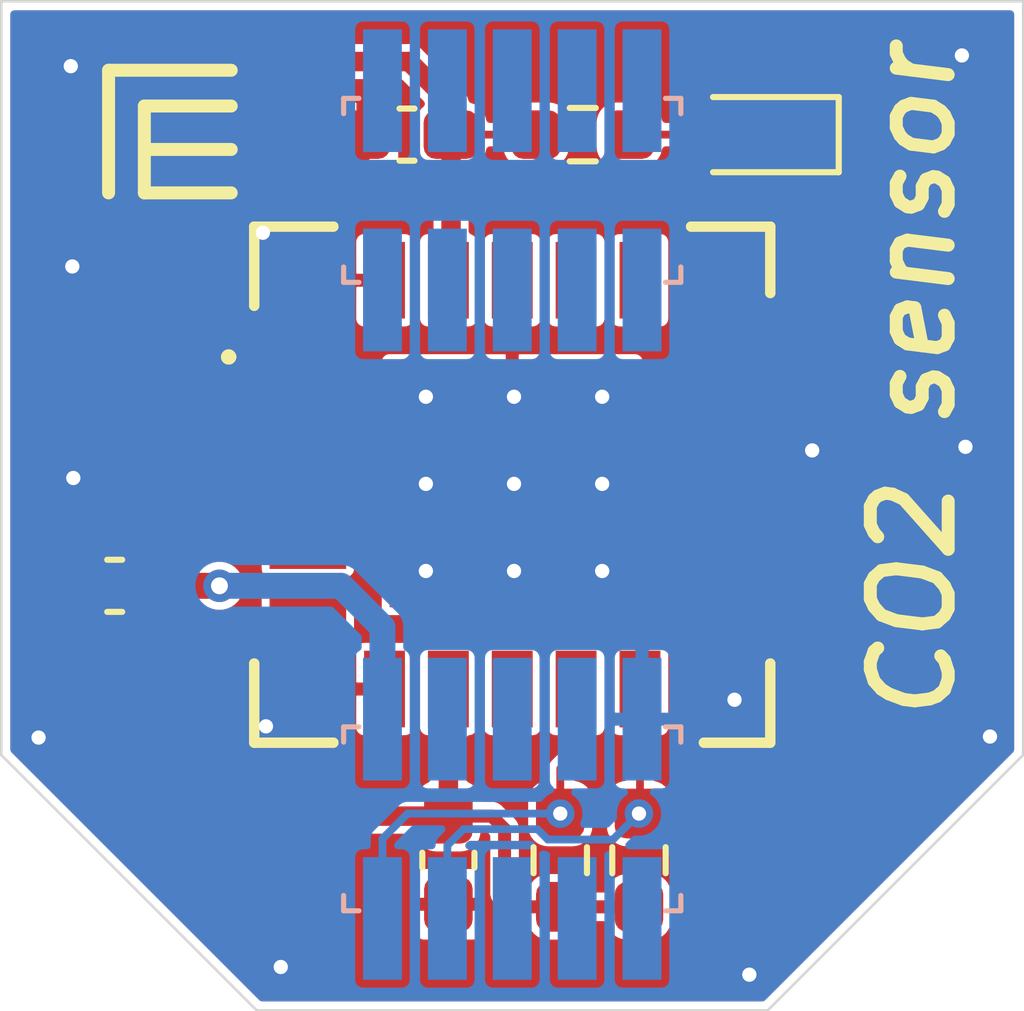
<source format=kicad_pcb>
(kicad_pcb (version 20171130) (host pcbnew "(5.1.8)-1")

  (general
    (thickness 1.6)
    (drawings 13)
    (tracks 62)
    (zones 0)
    (modules 10)
    (nets 6)
  )

  (page A4)
  (layers
    (0 F.Cu signal)
    (31 B.Cu signal)
    (32 B.Adhes user)
    (33 F.Adhes user)
    (34 B.Paste user)
    (35 F.Paste user)
    (36 B.SilkS user)
    (37 F.SilkS user)
    (38 B.Mask user)
    (39 F.Mask user)
    (40 Dwgs.User user)
    (41 Cmts.User user)
    (42 Eco1.User user)
    (43 Eco2.User user)
    (44 Edge.Cuts user)
    (45 Margin user)
    (46 B.CrtYd user)
    (47 F.CrtYd user)
    (48 B.Fab user hide)
    (49 F.Fab user hide)
  )

  (setup
    (last_trace_width 0.1524)
    (trace_clearance 0.1524)
    (zone_clearance 0.1524)
    (zone_45_only no)
    (trace_min 0.1524)
    (via_size 0.5588)
    (via_drill 0.2794)
    (via_min_size 0.5588)
    (via_min_drill 0.2794)
    (uvia_size 0.3)
    (uvia_drill 0.1)
    (uvias_allowed no)
    (uvia_min_size 0.2)
    (uvia_min_drill 0.1)
    (edge_width 0.05)
    (segment_width 0.2)
    (pcb_text_width 0.3)
    (pcb_text_size 1.5 1.5)
    (mod_edge_width 0.12)
    (mod_text_size 1 1)
    (mod_text_width 0.15)
    (pad_size 1.524 1.524)
    (pad_drill 0.762)
    (pad_to_mask_clearance 0)
    (aux_axis_origin 0 0)
    (grid_origin 146 106)
    (visible_elements FFFFFF7F)
    (pcbplotparams
      (layerselection 0x010fc_ffffffff)
      (usegerberextensions false)
      (usegerberattributes true)
      (usegerberadvancedattributes true)
      (creategerberjobfile true)
      (excludeedgelayer true)
      (linewidth 0.100000)
      (plotframeref false)
      (viasonmask false)
      (mode 1)
      (useauxorigin false)
      (hpglpennumber 1)
      (hpglpenspeed 20)
      (hpglpendiameter 15.000000)
      (psnegative false)
      (psa4output false)
      (plotreference true)
      (plotvalue true)
      (plotinvisibletext false)
      (padsonsilk false)
      (subtractmaskfromsilk false)
      (outputformat 1)
      (mirror false)
      (drillshape 0)
      (scaleselection 1)
      (outputdirectory "Gerber/"))
  )

  (net 0 "")
  (net 1 GND)
  (net 2 +3V3)
  (net 3 "Net-(D1-Pad2)")
  (net 4 /SDA)
  (net 5 /SCL)

  (net_class Default "This is the default net class."
    (clearance 0.1524)
    (trace_width 0.1524)
    (via_dia 0.5588)
    (via_drill 0.2794)
    (uvia_dia 0.3)
    (uvia_drill 0.1)
    (diff_pair_width 0.1524)
    (diff_pair_gap 0.1524)
    (add_net +3V3)
    (add_net /SCL)
    (add_net /SDA)
    (add_net GND)
    (add_net "Net-(D1-Pad2)")
  )

  (module Capacitor_SMD:C_0603_1608Metric_Pad1.08x0.95mm_HandSolder (layer F.Cu) (tedit 5F68FEEF) (tstamp 618E2DB6)
    (at 149.75 103.06 270)
    (descr "Capacitor SMD 0603 (1608 Metric), square (rectangular) end terminal, IPC_7351 nominal with elongated pad for handsoldering. (Body size source: IPC-SM-782 page 76, https://www.pcb-3d.com/wordpress/wp-content/uploads/ipc-sm-782a_amendment_1_and_2.pdf), generated with kicad-footprint-generator")
    (tags "capacitor handsolder")
    (path /61963420)
    (attr smd)
    (fp_text reference C3 (at 0 -1.43 90) (layer F.SilkS) hide
      (effects (font (size 1 1) (thickness 0.15)))
    )
    (fp_text value 0.1uF (at 0 1.43 90) (layer F.Fab)
      (effects (font (size 1 1) (thickness 0.15)))
    )
    (fp_text user %R (at 0 0 90) (layer F.Fab)
      (effects (font (size 0.4 0.4) (thickness 0.06)))
    )
    (fp_line (start -0.8 0.4) (end -0.8 -0.4) (layer F.Fab) (width 0.1))
    (fp_line (start -0.8 -0.4) (end 0.8 -0.4) (layer F.Fab) (width 0.1))
    (fp_line (start 0.8 -0.4) (end 0.8 0.4) (layer F.Fab) (width 0.1))
    (fp_line (start 0.8 0.4) (end -0.8 0.4) (layer F.Fab) (width 0.1))
    (fp_line (start -0.146267 -0.51) (end 0.146267 -0.51) (layer F.SilkS) (width 0.12))
    (fp_line (start -0.146267 0.51) (end 0.146267 0.51) (layer F.SilkS) (width 0.12))
    (fp_line (start -1.65 0.73) (end -1.65 -0.73) (layer F.CrtYd) (width 0.05))
    (fp_line (start -1.65 -0.73) (end 1.65 -0.73) (layer F.CrtYd) (width 0.05))
    (fp_line (start 1.65 -0.73) (end 1.65 0.73) (layer F.CrtYd) (width 0.05))
    (fp_line (start 1.65 0.73) (end -1.65 0.73) (layer F.CrtYd) (width 0.05))
    (pad 2 smd roundrect (at 0.8625 0 270) (size 1.075 0.95) (layers F.Cu F.Paste F.Mask) (roundrect_rratio 0.25)
      (net 1 GND))
    (pad 1 smd roundrect (at -0.8625 0 270) (size 1.075 0.95) (layers F.Cu F.Paste F.Mask) (roundrect_rratio 0.25)
      (net 2 +3V3))
    (model ${KISYS3DMOD}/Capacitor_SMD.3dshapes/C_0603_1608Metric.wrl
      (at (xyz 0 0 0))
      (scale (xyz 1 1 1))
      (rotate (xyz 0 0 0))
    )
  )

  (module LED_SMD:LED_0603_1608Metric_Pad1.05x0.95mm_HandSolder (layer F.Cu) (tedit 5F68FEF1) (tstamp 618E1066)
    (at 155.73 88.86 180)
    (descr "LED SMD 0603 (1608 Metric), square (rectangular) end terminal, IPC_7351 nominal, (Body size source: http://www.tortai-tech.com/upload/download/2011102023233369053.pdf), generated with kicad-footprint-generator")
    (tags "LED handsolder")
    (path /61913F4D)
    (attr smd)
    (fp_text reference D1 (at 0 -1.43) (layer F.SilkS) hide
      (effects (font (size 1 1) (thickness 0.15)))
    )
    (fp_text value LED (at 0 1.43) (layer F.Fab)
      (effects (font (size 1 1) (thickness 0.15)))
    )
    (fp_text user %R (at 0 0) (layer F.Fab)
      (effects (font (size 0.4 0.4) (thickness 0.06)))
    )
    (fp_line (start 0.8 -0.4) (end -0.5 -0.4) (layer F.Fab) (width 0.1))
    (fp_line (start -0.5 -0.4) (end -0.8 -0.1) (layer F.Fab) (width 0.1))
    (fp_line (start -0.8 -0.1) (end -0.8 0.4) (layer F.Fab) (width 0.1))
    (fp_line (start -0.8 0.4) (end 0.8 0.4) (layer F.Fab) (width 0.1))
    (fp_line (start 0.8 0.4) (end 0.8 -0.4) (layer F.Fab) (width 0.1))
    (fp_line (start 0.8 -0.735) (end -1.66 -0.735) (layer F.SilkS) (width 0.12))
    (fp_line (start -1.66 -0.735) (end -1.66 0.735) (layer F.SilkS) (width 0.12))
    (fp_line (start -1.66 0.735) (end 0.8 0.735) (layer F.SilkS) (width 0.12))
    (fp_line (start -1.65 0.73) (end -1.65 -0.73) (layer F.CrtYd) (width 0.05))
    (fp_line (start -1.65 -0.73) (end 1.65 -0.73) (layer F.CrtYd) (width 0.05))
    (fp_line (start 1.65 -0.73) (end 1.65 0.73) (layer F.CrtYd) (width 0.05))
    (fp_line (start 1.65 0.73) (end -1.65 0.73) (layer F.CrtYd) (width 0.05))
    (pad 2 smd roundrect (at 0.875 0 180) (size 1.05 0.95) (layers F.Cu F.Paste F.Mask) (roundrect_rratio 0.25)
      (net 3 "Net-(D1-Pad2)"))
    (pad 1 smd roundrect (at -0.875 0 180) (size 1.05 0.95) (layers F.Cu F.Paste F.Mask) (roundrect_rratio 0.25)
      (net 1 GND))
    (model ${KISYS3DMOD}/LED_SMD.3dshapes/LED_0603_1608Metric.wrl
      (at (xyz 0 0 0))
      (scale (xyz 1 1 1))
      (rotate (xyz 0 0 0))
    )
  )

  (module Resistor_SMD:R_0603_1608Metric_Pad0.98x0.95mm_HandSolder (layer F.Cu) (tedit 5F68FEEE) (tstamp 618E111E)
    (at 153.48 103.06 90)
    (descr "Resistor SMD 0603 (1608 Metric), square (rectangular) end terminal, IPC_7351 nominal with elongated pad for handsoldering. (Body size source: IPC-SM-782 page 72, https://www.pcb-3d.com/wordpress/wp-content/uploads/ipc-sm-782a_amendment_1_and_2.pdf), generated with kicad-footprint-generator")
    (tags "resistor handsolder")
    (path /618F1AA8)
    (attr smd)
    (fp_text reference R3 (at 0 -1.43 90) (layer F.SilkS) hide
      (effects (font (size 1 1) (thickness 0.15)))
    )
    (fp_text value 10k (at 0 1.43 90) (layer F.Fab)
      (effects (font (size 1 1) (thickness 0.15)))
    )
    (fp_text user %R (at 0 0 90) (layer F.Fab)
      (effects (font (size 0.4 0.4) (thickness 0.06)))
    )
    (fp_line (start -0.8 0.4125) (end -0.8 -0.4125) (layer F.Fab) (width 0.1))
    (fp_line (start -0.8 -0.4125) (end 0.8 -0.4125) (layer F.Fab) (width 0.1))
    (fp_line (start 0.8 -0.4125) (end 0.8 0.4125) (layer F.Fab) (width 0.1))
    (fp_line (start 0.8 0.4125) (end -0.8 0.4125) (layer F.Fab) (width 0.1))
    (fp_line (start -0.254724 -0.5225) (end 0.254724 -0.5225) (layer F.SilkS) (width 0.12))
    (fp_line (start -0.254724 0.5225) (end 0.254724 0.5225) (layer F.SilkS) (width 0.12))
    (fp_line (start -1.65 0.73) (end -1.65 -0.73) (layer F.CrtYd) (width 0.05))
    (fp_line (start -1.65 -0.73) (end 1.65 -0.73) (layer F.CrtYd) (width 0.05))
    (fp_line (start 1.65 -0.73) (end 1.65 0.73) (layer F.CrtYd) (width 0.05))
    (fp_line (start 1.65 0.73) (end -1.65 0.73) (layer F.CrtYd) (width 0.05))
    (pad 2 smd roundrect (at 0.9125 0 90) (size 0.975 0.95) (layers F.Cu F.Paste F.Mask) (roundrect_rratio 0.25)
      (net 4 /SDA))
    (pad 1 smd roundrect (at -0.9125 0 90) (size 0.975 0.95) (layers F.Cu F.Paste F.Mask) (roundrect_rratio 0.25)
      (net 2 +3V3))
    (model ${KISYS3DMOD}/Resistor_SMD.3dshapes/R_0603_1608Metric.wrl
      (at (xyz 0 0 0))
      (scale (xyz 1 1 1))
      (rotate (xyz 0 0 0))
    )
  )

  (module Resistor_SMD:R_0603_1608Metric_Pad0.98x0.95mm_HandSolder (layer F.Cu) (tedit 5F68FEEE) (tstamp 618E110D)
    (at 151.94 103.06 90)
    (descr "Resistor SMD 0603 (1608 Metric), square (rectangular) end terminal, IPC_7351 nominal with elongated pad for handsoldering. (Body size source: IPC-SM-782 page 72, https://www.pcb-3d.com/wordpress/wp-content/uploads/ipc-sm-782a_amendment_1_and_2.pdf), generated with kicad-footprint-generator")
    (tags "resistor handsolder")
    (path /618F1E7E)
    (attr smd)
    (fp_text reference R2 (at 0 -1.43 90) (layer F.SilkS) hide
      (effects (font (size 1 1) (thickness 0.15)))
    )
    (fp_text value 10k (at 0 1.43 90) (layer F.Fab)
      (effects (font (size 1 1) (thickness 0.15)))
    )
    (fp_text user %R (at 0 0 90) (layer F.Fab)
      (effects (font (size 0.4 0.4) (thickness 0.06)))
    )
    (fp_line (start -0.8 0.4125) (end -0.8 -0.4125) (layer F.Fab) (width 0.1))
    (fp_line (start -0.8 -0.4125) (end 0.8 -0.4125) (layer F.Fab) (width 0.1))
    (fp_line (start 0.8 -0.4125) (end 0.8 0.4125) (layer F.Fab) (width 0.1))
    (fp_line (start 0.8 0.4125) (end -0.8 0.4125) (layer F.Fab) (width 0.1))
    (fp_line (start -0.254724 -0.5225) (end 0.254724 -0.5225) (layer F.SilkS) (width 0.12))
    (fp_line (start -0.254724 0.5225) (end 0.254724 0.5225) (layer F.SilkS) (width 0.12))
    (fp_line (start -1.65 0.73) (end -1.65 -0.73) (layer F.CrtYd) (width 0.05))
    (fp_line (start -1.65 -0.73) (end 1.65 -0.73) (layer F.CrtYd) (width 0.05))
    (fp_line (start 1.65 -0.73) (end 1.65 0.73) (layer F.CrtYd) (width 0.05))
    (fp_line (start 1.65 0.73) (end -1.65 0.73) (layer F.CrtYd) (width 0.05))
    (pad 2 smd roundrect (at 0.9125 0 90) (size 0.975 0.95) (layers F.Cu F.Paste F.Mask) (roundrect_rratio 0.25)
      (net 5 /SCL))
    (pad 1 smd roundrect (at -0.9125 0 90) (size 0.975 0.95) (layers F.Cu F.Paste F.Mask) (roundrect_rratio 0.25)
      (net 2 +3V3))
    (model ${KISYS3DMOD}/Resistor_SMD.3dshapes/R_0603_1608Metric.wrl
      (at (xyz 0 0 0))
      (scale (xyz 1 1 1))
      (rotate (xyz 0 0 0))
    )
  )

  (module Resistor_SMD:R_0603_1608Metric_Pad0.98x0.95mm_HandSolder (layer F.Cu) (tedit 5F68FEEE) (tstamp 618E10FC)
    (at 152.38 88.86 180)
    (descr "Resistor SMD 0603 (1608 Metric), square (rectangular) end terminal, IPC_7351 nominal with elongated pad for handsoldering. (Body size source: IPC-SM-782 page 72, https://www.pcb-3d.com/wordpress/wp-content/uploads/ipc-sm-782a_amendment_1_and_2.pdf), generated with kicad-footprint-generator")
    (tags "resistor handsolder")
    (path /61915074)
    (attr smd)
    (fp_text reference R1 (at 0 -1.43) (layer F.SilkS) hide
      (effects (font (size 1 1) (thickness 0.15)))
    )
    (fp_text value 4.99k (at 0 1.43) (layer F.Fab)
      (effects (font (size 1 1) (thickness 0.15)))
    )
    (fp_text user %R (at 0 0) (layer F.Fab)
      (effects (font (size 0.4 0.4) (thickness 0.06)))
    )
    (fp_line (start -0.8 0.4125) (end -0.8 -0.4125) (layer F.Fab) (width 0.1))
    (fp_line (start -0.8 -0.4125) (end 0.8 -0.4125) (layer F.Fab) (width 0.1))
    (fp_line (start 0.8 -0.4125) (end 0.8 0.4125) (layer F.Fab) (width 0.1))
    (fp_line (start 0.8 0.4125) (end -0.8 0.4125) (layer F.Fab) (width 0.1))
    (fp_line (start -0.254724 -0.5225) (end 0.254724 -0.5225) (layer F.SilkS) (width 0.12))
    (fp_line (start -0.254724 0.5225) (end 0.254724 0.5225) (layer F.SilkS) (width 0.12))
    (fp_line (start -1.65 0.73) (end -1.65 -0.73) (layer F.CrtYd) (width 0.05))
    (fp_line (start -1.65 -0.73) (end 1.65 -0.73) (layer F.CrtYd) (width 0.05))
    (fp_line (start 1.65 -0.73) (end 1.65 0.73) (layer F.CrtYd) (width 0.05))
    (fp_line (start 1.65 0.73) (end -1.65 0.73) (layer F.CrtYd) (width 0.05))
    (pad 2 smd roundrect (at 0.9125 0 180) (size 0.975 0.95) (layers F.Cu F.Paste F.Mask) (roundrect_rratio 0.25)
      (net 2 +3V3))
    (pad 1 smd roundrect (at -0.9125 0 180) (size 0.975 0.95) (layers F.Cu F.Paste F.Mask) (roundrect_rratio 0.25)
      (net 3 "Net-(D1-Pad2)"))
    (model ${KISYS3DMOD}/Resistor_SMD.3dshapes/R_0603_1608Metric.wrl
      (at (xyz 0 0 0))
      (scale (xyz 1 1 1))
      (rotate (xyz 0 0 0))
    )
  )

  (module digikey-footprints:PinHeader_2x5_P1.27mm (layer B.Cu) (tedit 5D289568) (tstamp 618E2782)
    (at 151 102.25)
    (descr https://cdn.amphenol-icc.com/media/wysiwyg/files/drawing/20021121.pdf)
    (path /6190C23F)
    (attr smd)
    (fp_text reference J2 (at 0 4.24) (layer B.SilkS) hide
      (effects (font (size 1 1) (thickness 0.15)) (justify mirror))
    )
    (fp_text value 20021121-00010C4LF (at 0 -4.59) (layer B.Fab)
      (effects (font (size 1 1) (thickness 0.15)) (justify mirror))
    )
    (fp_text user %R (at 0 0) (layer B.Fab)
      (effects (font (size 1 1) (thickness 0.15)) (justify mirror))
    )
    (fp_line (start 3.43 -3.39) (end -3.43 -3.39) (layer B.CrtYd) (width 0.05))
    (fp_line (start -3.43 3.39) (end -3.43 -3.39) (layer B.CrtYd) (width 0.05))
    (fp_line (start 3.43 3.39) (end -3.43 3.39) (layer B.CrtYd) (width 0.05))
    (fp_line (start 3.43 3.39) (end 3.43 -3.39) (layer B.CrtYd) (width 0.05))
    (fp_line (start -3 -1.8) (end -3.3 -1.8) (layer B.SilkS) (width 0.1))
    (fp_line (start -3.3 -1.8) (end -3.3 -1.5) (layer B.SilkS) (width 0.1))
    (fp_line (start 3 -1.8) (end 3.3 -1.8) (layer B.SilkS) (width 0.1))
    (fp_line (start 3.3 -1.8) (end 3.3 -1.5) (layer B.SilkS) (width 0.1))
    (fp_line (start 3 1.8) (end 3.3 1.8) (layer B.SilkS) (width 0.1))
    (fp_line (start 3.3 1.8) (end 3.3 1.5) (layer B.SilkS) (width 0.1))
    (fp_line (start -3 1.8) (end -3.3 1.8) (layer B.SilkS) (width 0.1))
    (fp_line (start -3.3 1.8) (end -3.3 1.5) (layer B.SilkS) (width 0.1))
    (fp_line (start -3.175 1.715) (end -3.175 -1.715) (layer B.Fab) (width 0.1))
    (fp_line (start 3.175 1.715) (end -3.175 1.715) (layer B.Fab) (width 0.1))
    (fp_line (start 3.175 -1.715) (end -3.175 -1.715) (layer B.Fab) (width 0.1))
    (fp_line (start 3.175 1.715) (end 3.175 -1.715) (layer B.Fab) (width 0.1))
    (pad 10 smd rect (at 2.54 1.95) (size 0.76 2.4) (layers B.Cu B.Paste B.Mask))
    (pad 9 smd rect (at 2.54 -1.95) (size 0.76 2.4) (layers B.Cu B.Paste B.Mask)
      (net 1 GND))
    (pad 8 smd rect (at 1.27 1.95) (size 0.76 2.4) (layers B.Cu B.Paste B.Mask))
    (pad 7 smd rect (at 1.27 -1.95) (size 0.76 2.4) (layers B.Cu B.Paste B.Mask))
    (pad 6 smd rect (at 0 1.95) (size 0.76 2.4) (layers B.Cu B.Paste B.Mask))
    (pad 5 smd rect (at 0 -1.95) (size 0.76 2.4) (layers B.Cu B.Paste B.Mask))
    (pad 4 smd rect (at -1.27 1.95) (size 0.76 2.4) (layers B.Cu B.Paste B.Mask)
      (net 4 /SDA))
    (pad 3 smd rect (at -1.27 -1.95) (size 0.76 2.4) (layers B.Cu B.Paste B.Mask))
    (pad 2 smd rect (at -2.54 1.95) (size 0.76 2.4) (layers B.Cu B.Paste B.Mask)
      (net 5 /SCL))
    (pad 1 smd rect (at -2.54 -1.95) (size 0.76 2.4) (layers B.Cu B.Paste B.Mask)
      (net 2 +3V3))
    (model C:/DATA/Software/KiCAD/Libs/libs/Mylib/3D_model/20021321-00010C4LF.step
      (offset (xyz 0 0 0.0254))
      (scale (xyz 1 1 1))
      (rotate (xyz 0 0 0))
    )
  )

  (module digikey-footprints:PinHeader_2x5_P1.27mm (layer B.Cu) (tedit 5D289568) (tstamp 618E26E9)
    (at 151 89.95)
    (descr https://cdn.amphenol-icc.com/media/wysiwyg/files/drawing/20021121.pdf)
    (path /61909C7E)
    (attr smd)
    (fp_text reference J1 (at 0 4.24) (layer B.SilkS) hide
      (effects (font (size 1 1) (thickness 0.15)) (justify mirror))
    )
    (fp_text value 20021121-00010C4LF (at 0 -4.59) (layer B.Fab)
      (effects (font (size 1 1) (thickness 0.15)) (justify mirror))
    )
    (fp_text user %R (at 0 0) (layer B.Fab)
      (effects (font (size 1 1) (thickness 0.15)) (justify mirror))
    )
    (fp_line (start 3.43 -3.39) (end -3.43 -3.39) (layer B.CrtYd) (width 0.05))
    (fp_line (start -3.43 3.39) (end -3.43 -3.39) (layer B.CrtYd) (width 0.05))
    (fp_line (start 3.43 3.39) (end -3.43 3.39) (layer B.CrtYd) (width 0.05))
    (fp_line (start 3.43 3.39) (end 3.43 -3.39) (layer B.CrtYd) (width 0.05))
    (fp_line (start -3 -1.8) (end -3.3 -1.8) (layer B.SilkS) (width 0.1))
    (fp_line (start -3.3 -1.8) (end -3.3 -1.5) (layer B.SilkS) (width 0.1))
    (fp_line (start 3 -1.8) (end 3.3 -1.8) (layer B.SilkS) (width 0.1))
    (fp_line (start 3.3 -1.8) (end 3.3 -1.5) (layer B.SilkS) (width 0.1))
    (fp_line (start 3 1.8) (end 3.3 1.8) (layer B.SilkS) (width 0.1))
    (fp_line (start 3.3 1.8) (end 3.3 1.5) (layer B.SilkS) (width 0.1))
    (fp_line (start -3 1.8) (end -3.3 1.8) (layer B.SilkS) (width 0.1))
    (fp_line (start -3.3 1.8) (end -3.3 1.5) (layer B.SilkS) (width 0.1))
    (fp_line (start -3.175 1.715) (end -3.175 -1.715) (layer B.Fab) (width 0.1))
    (fp_line (start 3.175 1.715) (end -3.175 1.715) (layer B.Fab) (width 0.1))
    (fp_line (start 3.175 -1.715) (end -3.175 -1.715) (layer B.Fab) (width 0.1))
    (fp_line (start 3.175 1.715) (end 3.175 -1.715) (layer B.Fab) (width 0.1))
    (pad 10 smd rect (at 2.54 1.95) (size 0.76 2.4) (layers B.Cu B.Paste B.Mask))
    (pad 9 smd rect (at 2.54 -1.95) (size 0.76 2.4) (layers B.Cu B.Paste B.Mask))
    (pad 8 smd rect (at 1.27 1.95) (size 0.76 2.4) (layers B.Cu B.Paste B.Mask))
    (pad 7 smd rect (at 1.27 -1.95) (size 0.76 2.4) (layers B.Cu B.Paste B.Mask))
    (pad 6 smd rect (at 0 1.95) (size 0.76 2.4) (layers B.Cu B.Paste B.Mask))
    (pad 5 smd rect (at 0 -1.95) (size 0.76 2.4) (layers B.Cu B.Paste B.Mask))
    (pad 4 smd rect (at -1.27 1.95) (size 0.76 2.4) (layers B.Cu B.Paste B.Mask))
    (pad 3 smd rect (at -1.27 -1.95) (size 0.76 2.4) (layers B.Cu B.Paste B.Mask))
    (pad 2 smd rect (at -2.54 1.95) (size 0.76 2.4) (layers B.Cu B.Paste B.Mask))
    (pad 1 smd rect (at -2.54 -1.95) (size 0.76 2.4) (layers B.Cu B.Paste B.Mask))
    (model C:/DATA/Software/KiCAD/Libs/libs/Mylib/3D_model/20021321-00010C4LF.step
      (offset (xyz 0 0 0.0508))
      (scale (xyz 1 1 1))
      (rotate (xyz 0 0 0))
    )
  )

  (module SamacSys_Parts:SCD41DR2 (layer F.Cu) (tedit 618DA576) (tstamp 618E10AD)
    (at 151 95.71)
    (descr SCD41-D-R2-1)
    (tags "Integrated Circuit")
    (path /618DA917)
    (attr smd)
    (fp_text reference IC1 (at 0 -6.605) (layer F.SilkS) hide
      (effects (font (size 1.27 1.27) (thickness 0.254)))
    )
    (fp_text value SCD41-D-R2 (at 0 0) (layer F.SilkS) hide
      (effects (font (size 1.27 1.27) (thickness 0.254)))
    )
    (fp_arc (start -5.55 -2.5) (end -5.6 -2.5) (angle -180) (layer F.SilkS) (width 0.2))
    (fp_arc (start -5.55 -2.5) (end -5.5 -2.5) (angle -180) (layer F.SilkS) (width 0.2))
    (fp_arc (start -5.55 -2.5) (end -5.6 -2.5) (angle -180) (layer F.SilkS) (width 0.2))
    (fp_line (start -5.6 -2.5) (end -5.6 -2.5) (layer F.SilkS) (width 0.2))
    (fp_line (start -5.5 -2.5) (end -5.5 -2.5) (layer F.SilkS) (width 0.2))
    (fp_line (start -5.6 -2.5) (end -5.6 -2.5) (layer F.SilkS) (width 0.2))
    (fp_line (start -6.05 6.05) (end -6.05 -6.05) (layer Dwgs.User) (width 0.1))
    (fp_line (start 6.05 6.05) (end -6.05 6.05) (layer Dwgs.User) (width 0.1))
    (fp_line (start 6.05 -6.05) (end 6.05 6.05) (layer Dwgs.User) (width 0.1))
    (fp_line (start -6.05 -6.05) (end 6.05 -6.05) (layer Dwgs.User) (width 0.1))
    (fp_line (start 3.75 5.05) (end 3.75 5.05) (layer F.SilkS) (width 0.2))
    (fp_line (start 5.05 5.05) (end 3.75 5.05) (layer F.SilkS) (width 0.2))
    (fp_line (start 5.05 5.05) (end 5.05 5.05) (layer F.SilkS) (width 0.2))
    (fp_line (start 3.75 5.05) (end 5.05 5.05) (layer F.SilkS) (width 0.2))
    (fp_line (start 5.05 5.05) (end 5.05 3.5) (layer F.SilkS) (width 0.2))
    (fp_line (start 5.05 5.05) (end 5.05 5.05) (layer F.SilkS) (width 0.2))
    (fp_line (start 5.05 3.5) (end 5.05 5.05) (layer F.SilkS) (width 0.2))
    (fp_line (start 5.05 3.5) (end 5.05 3.5) (layer F.SilkS) (width 0.2))
    (fp_line (start 5.05 -3.75) (end 5.05 -5.05) (layer F.SilkS) (width 0.2))
    (fp_line (start 5.05 -3.75) (end 5.05 -3.75) (layer F.SilkS) (width 0.2))
    (fp_line (start 5.05 -5.05) (end 5.05 -3.75) (layer F.SilkS) (width 0.2))
    (fp_line (start 5.05 -5.05) (end 5.05 -5.05) (layer F.SilkS) (width 0.2))
    (fp_line (start 3.5 -5.05) (end 3.5 -5.05) (layer F.SilkS) (width 0.2))
    (fp_line (start 5.05 -5.05) (end 3.5 -5.05) (layer F.SilkS) (width 0.2))
    (fp_line (start 5.05 -5.05) (end 5.05 -5.05) (layer F.SilkS) (width 0.2))
    (fp_line (start 3.5 -5.05) (end 5.05 -5.05) (layer F.SilkS) (width 0.2))
    (fp_line (start -5.05 -5.05) (end -5.05 -5.05) (layer F.SilkS) (width 0.2))
    (fp_line (start -3.5 -5.05) (end -5.05 -5.05) (layer F.SilkS) (width 0.2))
    (fp_line (start -3.5 -5.05) (end -3.5 -5.05) (layer F.SilkS) (width 0.2))
    (fp_line (start -5.05 -5.05) (end -3.5 -5.05) (layer F.SilkS) (width 0.2))
    (fp_line (start -5.05 -5.05) (end -5.05 -3.5) (layer F.SilkS) (width 0.2))
    (fp_line (start -5.05 -5.05) (end -5.05 -5.05) (layer F.SilkS) (width 0.2))
    (fp_line (start -5.05 -3.5) (end -5.05 -5.05) (layer F.SilkS) (width 0.2))
    (fp_line (start -5.05 -3.5) (end -5.05 -3.5) (layer F.SilkS) (width 0.2))
    (fp_line (start -5.05 3.5) (end -5.05 5.05) (layer F.SilkS) (width 0.2))
    (fp_line (start -5.05 3.5) (end -5.05 3.5) (layer F.SilkS) (width 0.2))
    (fp_line (start -5.05 5.05) (end -5.05 3.5) (layer F.SilkS) (width 0.2))
    (fp_line (start -5.05 5.05) (end -5.05 5.05) (layer F.SilkS) (width 0.2))
    (fp_line (start -3.5 5.05) (end -3.5 5.05) (layer F.SilkS) (width 0.2))
    (fp_line (start -5.05 5.05) (end -3.5 5.05) (layer F.SilkS) (width 0.2))
    (fp_line (start -5.05 5.05) (end -5.05 5.05) (layer F.SilkS) (width 0.2))
    (fp_line (start -3.5 5.05) (end -5.05 5.05) (layer F.SilkS) (width 0.2))
    (fp_line (start -5.05 -5.05) (end -5.05 5.05) (layer Dwgs.User) (width 0.2))
    (fp_line (start 5.05 -5.05) (end -5.05 -5.05) (layer Dwgs.User) (width 0.2))
    (fp_line (start 5.05 5.05) (end 5.05 -5.05) (layer Dwgs.User) (width 0.2))
    (fp_line (start -5.05 5.05) (end 5.05 5.05) (layer Dwgs.User) (width 0.2))
    (pad 21 smd rect (at 0 0 90) (size 4.8 4.8) (layers F.Cu F.Paste F.Mask)
      (net 1 GND))
    (pad 20 smd rect (at -2.5 -4) (size 0.8 1.5) (layers F.Cu F.Paste F.Mask)
      (net 1 GND))
    (pad 19 smd rect (at -1.25 -4) (size 0.8 1.5) (layers F.Cu F.Paste F.Mask)
      (net 2 +3V3))
    (pad 18 smd rect (at 0 -4) (size 0.8 1.5) (layers F.Cu F.Paste F.Mask))
    (pad 17 smd rect (at 1.25 -4) (size 0.8 1.5) (layers F.Cu F.Paste F.Mask))
    (pad 16 smd rect (at 2.5 -4) (size 0.8 1.5) (layers F.Cu F.Paste F.Mask))
    (pad 15 smd rect (at 4 -2.5 90) (size 0.8 1.5) (layers F.Cu F.Paste F.Mask))
    (pad 14 smd rect (at 4 -1.25 90) (size 0.8 1.5) (layers F.Cu F.Paste F.Mask))
    (pad 13 smd rect (at 4 0 90) (size 0.8 1.5) (layers F.Cu F.Paste F.Mask))
    (pad 12 smd rect (at 4 1.25 90) (size 0.8 1.5) (layers F.Cu F.Paste F.Mask))
    (pad 11 smd rect (at 4 2.5 90) (size 0.8 1.5) (layers F.Cu F.Paste F.Mask))
    (pad 10 smd rect (at 2.5 4) (size 0.8 1.5) (layers F.Cu F.Paste F.Mask)
      (net 4 /SDA))
    (pad 9 smd rect (at 1.25 4) (size 0.8 1.5) (layers F.Cu F.Paste F.Mask)
      (net 5 /SCL))
    (pad 8 smd rect (at 0 4) (size 0.8 1.5) (layers F.Cu F.Paste F.Mask))
    (pad 7 smd rect (at -1.25 4) (size 0.8 1.5) (layers F.Cu F.Paste F.Mask)
      (net 2 +3V3))
    (pad 6 smd rect (at -2.5 4) (size 0.8 1.5) (layers F.Cu F.Paste F.Mask)
      (net 1 GND))
    (pad 5 smd rect (at -4 2.5 90) (size 0.8 1.5) (layers F.Cu F.Paste F.Mask))
    (pad 4 smd rect (at -4 1.25 90) (size 0.8 1.5) (layers F.Cu F.Paste F.Mask))
    (pad 3 smd rect (at -4 0 90) (size 0.8 1.5) (layers F.Cu F.Paste F.Mask))
    (pad 2 smd rect (at -4 -1.25 90) (size 0.8 1.5) (layers F.Cu F.Paste F.Mask))
    (pad 1 smd rect (at -4 -2.5 90) (size 0.8 1.5) (layers F.Cu F.Paste F.Mask))
    (model C:/DATA/Software/KiCAD/Libs/libs/Mylib/3D_model/SCD41-D-R1--3DModel-STEP-369182.STEP
      (offset (xyz 0 0 0.8))
      (scale (xyz 1 1 1))
      (rotate (xyz 0 0 0))
    )
  )

  (module Capacitor_SMD:C_0603_1608Metric_Pad1.08x0.95mm_HandSolder (layer F.Cu) (tedit 5F68FEEF) (tstamp 618E1055)
    (at 148.94 88.86 180)
    (descr "Capacitor SMD 0603 (1608 Metric), square (rectangular) end terminal, IPC_7351 nominal with elongated pad for handsoldering. (Body size source: IPC-SM-782 page 76, https://www.pcb-3d.com/wordpress/wp-content/uploads/ipc-sm-782a_amendment_1_and_2.pdf), generated with kicad-footprint-generator")
    (tags "capacitor handsolder")
    (path /618E8225)
    (attr smd)
    (fp_text reference C2 (at 0 -1.43) (layer F.SilkS) hide
      (effects (font (size 1 1) (thickness 0.15)))
    )
    (fp_text value 0.1uF (at 0 1.43) (layer F.Fab)
      (effects (font (size 1 1) (thickness 0.15)))
    )
    (fp_text user %R (at 0 0) (layer F.Fab)
      (effects (font (size 0.4 0.4) (thickness 0.06)))
    )
    (fp_line (start -0.8 0.4) (end -0.8 -0.4) (layer F.Fab) (width 0.1))
    (fp_line (start -0.8 -0.4) (end 0.8 -0.4) (layer F.Fab) (width 0.1))
    (fp_line (start 0.8 -0.4) (end 0.8 0.4) (layer F.Fab) (width 0.1))
    (fp_line (start 0.8 0.4) (end -0.8 0.4) (layer F.Fab) (width 0.1))
    (fp_line (start -0.146267 -0.51) (end 0.146267 -0.51) (layer F.SilkS) (width 0.12))
    (fp_line (start -0.146267 0.51) (end 0.146267 0.51) (layer F.SilkS) (width 0.12))
    (fp_line (start -1.65 0.73) (end -1.65 -0.73) (layer F.CrtYd) (width 0.05))
    (fp_line (start -1.65 -0.73) (end 1.65 -0.73) (layer F.CrtYd) (width 0.05))
    (fp_line (start 1.65 -0.73) (end 1.65 0.73) (layer F.CrtYd) (width 0.05))
    (fp_line (start 1.65 0.73) (end -1.65 0.73) (layer F.CrtYd) (width 0.05))
    (pad 2 smd roundrect (at 0.8625 0 180) (size 1.075 0.95) (layers F.Cu F.Paste F.Mask) (roundrect_rratio 0.25)
      (net 1 GND))
    (pad 1 smd roundrect (at -0.8625 0 180) (size 1.075 0.95) (layers F.Cu F.Paste F.Mask) (roundrect_rratio 0.25)
      (net 2 +3V3))
    (model ${KISYS3DMOD}/Capacitor_SMD.3dshapes/C_0603_1608Metric.wrl
      (at (xyz 0 0 0))
      (scale (xyz 1 1 1))
      (rotate (xyz 0 0 0))
    )
  )

  (module Capacitor_SMD:C_0603_1608Metric_Pad1.08x0.95mm_HandSolder (layer F.Cu) (tedit 5F68FEEF) (tstamp 618E1044)
    (at 143.22 97.69 180)
    (descr "Capacitor SMD 0603 (1608 Metric), square (rectangular) end terminal, IPC_7351 nominal with elongated pad for handsoldering. (Body size source: IPC-SM-782 page 76, https://www.pcb-3d.com/wordpress/wp-content/uploads/ipc-sm-782a_amendment_1_and_2.pdf), generated with kicad-footprint-generator")
    (tags "capacitor handsolder")
    (path /618E6BF7)
    (attr smd)
    (fp_text reference C1 (at 0 -1.43) (layer F.SilkS) hide
      (effects (font (size 1 1) (thickness 0.15)))
    )
    (fp_text value 10uF (at 0 1.43) (layer F.Fab)
      (effects (font (size 1 1) (thickness 0.15)))
    )
    (fp_text user %R (at 0 0) (layer F.Fab)
      (effects (font (size 0.4 0.4) (thickness 0.06)))
    )
    (fp_line (start -0.8 0.4) (end -0.8 -0.4) (layer F.Fab) (width 0.1))
    (fp_line (start -0.8 -0.4) (end 0.8 -0.4) (layer F.Fab) (width 0.1))
    (fp_line (start 0.8 -0.4) (end 0.8 0.4) (layer F.Fab) (width 0.1))
    (fp_line (start 0.8 0.4) (end -0.8 0.4) (layer F.Fab) (width 0.1))
    (fp_line (start -0.146267 -0.51) (end 0.146267 -0.51) (layer F.SilkS) (width 0.12))
    (fp_line (start -0.146267 0.51) (end 0.146267 0.51) (layer F.SilkS) (width 0.12))
    (fp_line (start -1.65 0.73) (end -1.65 -0.73) (layer F.CrtYd) (width 0.05))
    (fp_line (start -1.65 -0.73) (end 1.65 -0.73) (layer F.CrtYd) (width 0.05))
    (fp_line (start 1.65 -0.73) (end 1.65 0.73) (layer F.CrtYd) (width 0.05))
    (fp_line (start 1.65 0.73) (end -1.65 0.73) (layer F.CrtYd) (width 0.05))
    (pad 2 smd roundrect (at 0.8625 0 180) (size 1.075 0.95) (layers F.Cu F.Paste F.Mask) (roundrect_rratio 0.25)
      (net 1 GND))
    (pad 1 smd roundrect (at -0.8625 0 180) (size 1.075 0.95) (layers F.Cu F.Paste F.Mask) (roundrect_rratio 0.25)
      (net 2 +3V3))
    (model ${KISYS3DMOD}/Capacitor_SMD.3dshapes/C_0603_1608Metric.wrl
      (at (xyz 0 0 0))
      (scale (xyz 1 1 1))
      (rotate (xyz 0 0 0))
    )
  )

  (gr_line (start 143.85 89.15) (end 145.5 89.15) (layer F.SilkS) (width 0.254))
  (gr_line (start 143.8 90) (end 145.5 90) (layer F.SilkS) (width 0.254))
  (gr_line (start 143.8 88.3) (end 143.8 90) (layer F.SilkS) (width 0.254))
  (gr_line (start 145.5 88.3) (end 143.8 88.3) (layer F.SilkS) (width 0.254))
  (gr_line (start 143.1 87.6) (end 143.1 90) (layer F.SilkS) (width 0.254))
  (gr_line (start 145.5 87.6) (end 143.1 87.6) (layer F.SilkS) (width 0.254))
  (gr_text "CO2 sensor" (at 158.84 93.7 90) (layer F.SilkS)
    (effects (font (size 1.524 1.524) (thickness 0.254) italic))
  )
  (gr_line (start 141 101) (end 146 106) (layer Edge.Cuts) (width 0.05) (tstamp 618E2567))
  (gr_line (start 141 86.25) (end 141 101) (layer Edge.Cuts) (width 0.05))
  (gr_line (start 161 86.25) (end 141 86.25) (layer Edge.Cuts) (width 0.05))
  (gr_line (start 161 101) (end 161 86.25) (layer Edge.Cuts) (width 0.05))
  (gr_line (start 156 106) (end 161 101) (layer Edge.Cuts) (width 0.05))
  (gr_line (start 146 106) (end 156 106) (layer Edge.Cuts) (width 0.05))

  (via (at 149.31 97.4) (size 0.5588) (drill 0.2794) (layers F.Cu B.Cu) (net 1))
  (via (at 151.035 97.4) (size 0.5588) (drill 0.2794) (layers F.Cu B.Cu) (net 1))
  (via (at 152.76 97.4) (size 0.5588) (drill 0.2794) (layers F.Cu B.Cu) (net 1))
  (via (at 152.76 95.695) (size 0.5588) (drill 0.2794) (layers F.Cu B.Cu) (net 1))
  (via (at 151.035 95.695) (size 0.5588) (drill 0.2794) (layers F.Cu B.Cu) (net 1))
  (via (at 149.31 95.695) (size 0.5588) (drill 0.2794) (layers F.Cu B.Cu) (net 1))
  (via (at 152.76 93.99) (size 0.5588) (drill 0.2794) (layers F.Cu B.Cu) (net 1))
  (via (at 151.035 93.99) (size 0.5588) (drill 0.2794) (layers F.Cu B.Cu) (net 1))
  (via (at 149.31 93.99) (size 0.5588) (drill 0.2794) (layers F.Cu B.Cu) (net 1))
  (via (at 142.36 87.52) (size 0.5588) (drill 0.2794) (layers F.Cu B.Cu) (net 1))
  (via (at 142.39 91.44) (size 0.5588) (drill 0.2794) (layers F.Cu B.Cu) (net 1))
  (via (at 142.41 95.58) (size 0.5588) (drill 0.2794) (layers F.Cu B.Cu) (net 1))
  (via (at 146.12 90.78) (size 0.5588) (drill 0.2794) (layers F.Cu B.Cu) (net 1))
  (via (at 159.8 87.31) (size 0.5588) (drill 0.2794) (layers F.Cu B.Cu) (net 1))
  (via (at 159.87 94.97) (size 0.5588) (drill 0.2794) (layers F.Cu B.Cu) (net 1))
  (via (at 156.87 95.04) (size 0.5588) (drill 0.2794) (layers F.Cu B.Cu) (net 1))
  (via (at 160.35 100.64) (size 0.5588) (drill 0.2794) (layers F.Cu B.Cu) (net 1))
  (via (at 155.35 99.92) (size 0.5588) (drill 0.2794) (layers F.Cu B.Cu) (net 1))
  (via (at 146.47 105.15) (size 0.5588) (drill 0.2794) (layers F.Cu B.Cu) (net 1))
  (via (at 155.64 105.3) (size 0.5588) (drill 0.2794) (layers F.Cu B.Cu) (net 1))
  (via (at 141.73 100.66) (size 0.5588) (drill 0.2794) (layers F.Cu B.Cu) (net 1))
  (via (at 146.18 100.44) (size 0.5588) (drill 0.2794) (layers F.Cu B.Cu) (net 1))
  (segment (start 149.8025 91.6975) (end 149.79 91.71) (width 0.381) (layer F.Cu) (net 2))
  (segment (start 149.8025 88.86) (end 149.8025 91.6975) (width 0.381) (layer F.Cu) (net 2))
  (via (at 145.27 97.69) (size 0.635) (drill 0.3302) (layers F.Cu B.Cu) (net 2))
  (segment (start 144.0825 97.69) (end 145.27 97.69) (width 0.508) (layer F.Cu) (net 2))
  (segment (start 145.27 97.69) (end 147.65 97.69) (width 0.508) (layer B.Cu) (net 2))
  (segment (start 148.46 98.5) (end 148.46 100.3) (width 0.508) (layer B.Cu) (net 2))
  (segment (start 147.65 97.69) (end 148.46 98.5) (width 0.508) (layer B.Cu) (net 2))
  (segment (start 144.0825 97.69) (end 144.0825 89.1675) (width 0.381) (layer F.Cu) (net 2))
  (segment (start 148.98 87.43) (end 149.8025 88.2525) (width 0.381) (layer F.Cu) (net 2))
  (segment (start 149.8025 88.2525) (end 149.8025 88.86) (width 0.381) (layer F.Cu) (net 2))
  (segment (start 145.82 87.43) (end 148.98 87.43) (width 0.381) (layer F.Cu) (net 2))
  (segment (start 144.0825 89.1675) (end 145.82 87.43) (width 0.381) (layer F.Cu) (net 2))
  (segment (start 149.8025 88.86) (end 151.4675 88.86) (width 0.1524) (layer F.Cu) (net 2))
  (segment (start 149.75 102.1975) (end 149.75 99.71) (width 0.381) (layer F.Cu) (net 2))
  (segment (start 144.0825 97.69) (end 144.0825 100.6225) (width 0.381) (layer F.Cu) (net 2))
  (segment (start 144.0825 100.6225) (end 145.6575 102.1975) (width 0.381) (layer F.Cu) (net 2))
  (segment (start 145.6575 102.1975) (end 149.75 102.1975) (width 0.381) (layer F.Cu) (net 2))
  (segment (start 153.48 103.9725) (end 151.94 103.9725) (width 0.254) (layer F.Cu) (net 2))
  (segment (start 149.75 102.1975) (end 150.5975 102.1975) (width 0.254) (layer F.Cu) (net 2))
  (segment (start 150.85 103.7) (end 151.1225 103.9725) (width 0.254) (layer F.Cu) (net 2))
  (segment (start 151.1225 103.9725) (end 151.94 103.9725) (width 0.254) (layer F.Cu) (net 2))
  (segment (start 150.85 102.45) (end 150.85 103.7) (width 0.254) (layer F.Cu) (net 2))
  (segment (start 150.5975 102.1975) (end 150.85 102.45) (width 0.254) (layer F.Cu) (net 2))
  (segment (start 153.2925 88.86) (end 154.855 88.86) (width 0.1524) (layer F.Cu) (net 3))
  (segment (start 153.5 99.71) (end 153.5 102.1275) (width 0.1524) (layer F.Cu) (net 4))
  (via (at 153.48 102.1475) (size 0.5588) (drill 0.2794) (layers F.Cu B.Cu) (net 4))
  (segment (start 149.73 104.2) (end 149.73 102.77) (width 0.1524) (layer B.Cu) (net 4))
  (segment (start 149.73 102.77) (end 150.04769 102.45231) (width 0.1524) (layer B.Cu) (net 4))
  (segment (start 151.492968 102.45231) (end 151.696159 102.655501) (width 0.1524) (layer B.Cu) (net 4))
  (segment (start 150.04769 102.45231) (end 151.492968 102.45231) (width 0.1524) (layer B.Cu) (net 4))
  (segment (start 152.971999 102.655501) (end 153.48 102.1475) (width 0.1524) (layer B.Cu) (net 4))
  (segment (start 151.696159 102.655501) (end 152.971999 102.655501) (width 0.1524) (layer B.Cu) (net 4))
  (segment (start 148.46 104.2) (end 148.46 102.64) (width 0.1524) (layer B.Cu) (net 5))
  (segment (start 148.9525 102.1475) (end 151.94 102.1475) (width 0.1524) (layer B.Cu) (net 5))
  (segment (start 148.46 102.64) (end 148.9525 102.1475) (width 0.1524) (layer B.Cu) (net 5))
  (segment (start 151.94 102.1475) (end 151.94 102.1475) (width 0.1524) (layer F.Cu) (net 5))
  (segment (start 152.25 100.96) (end 152.25 99.71) (width 0.1524) (layer F.Cu) (net 5))
  (segment (start 151.94 101.27) (end 152.25 100.96) (width 0.1524) (layer F.Cu) (net 5))
  (segment (start 151.94 102.1475) (end 151.94 101.27) (width 0.1524) (layer F.Cu) (net 5) (tstamp 618E4C4E))
  (via (at 151.94 102.1475) (size 0.5588) (drill 0.2794) (layers F.Cu B.Cu) (net 5))

  (zone (net 1) (net_name GND) (layer F.Cu) (tstamp 618E4C70) (hatch edge 0.508)
    (connect_pads (clearance 0.1524))
    (min_thickness 0.1524)
    (fill yes (arc_segments 32) (thermal_gap 0.1524) (thermal_bridge_width 0.254))
    (polygon
      (pts
        (xy 161 101) (xy 156 106) (xy 146 106) (xy 141 101) (xy 141 86.25)
        (xy 161 86.25)
      )
    )
    (filled_polygon
      (pts
        (xy 160.7464 100.894955) (xy 155.894956 105.7464) (xy 146.105045 105.7464) (xy 144.818645 104.46) (xy 149.045294 104.46)
        (xy 149.049708 104.504813) (xy 149.062779 104.547905) (xy 149.084006 104.587618) (xy 149.112573 104.622427) (xy 149.147382 104.650994)
        (xy 149.187095 104.672221) (xy 149.230187 104.685292) (xy 149.275 104.689706) (xy 149.64205 104.6886) (xy 149.6992 104.63145)
        (xy 149.6992 103.9733) (xy 149.8008 103.9733) (xy 149.8008 104.63145) (xy 149.85795 104.6886) (xy 150.225 104.689706)
        (xy 150.269813 104.685292) (xy 150.312905 104.672221) (xy 150.352618 104.650994) (xy 150.387427 104.622427) (xy 150.415994 104.587618)
        (xy 150.437221 104.547905) (xy 150.450292 104.504813) (xy 150.454706 104.46) (xy 150.4536 104.03045) (xy 150.39645 103.9733)
        (xy 149.8008 103.9733) (xy 149.6992 103.9733) (xy 149.10355 103.9733) (xy 149.0464 104.03045) (xy 149.045294 104.46)
        (xy 144.818645 104.46) (xy 143.743645 103.385) (xy 149.045294 103.385) (xy 149.0464 103.81455) (xy 149.10355 103.8717)
        (xy 149.6992 103.8717) (xy 149.6992 103.21355) (xy 149.8008 103.21355) (xy 149.8008 103.8717) (xy 150.39645 103.8717)
        (xy 150.4536 103.81455) (xy 150.454706 103.385) (xy 150.450292 103.340187) (xy 150.437221 103.297095) (xy 150.415994 103.257382)
        (xy 150.387427 103.222573) (xy 150.352618 103.194006) (xy 150.312905 103.172779) (xy 150.269813 103.159708) (xy 150.225 103.155294)
        (xy 149.85795 103.1564) (xy 149.8008 103.21355) (xy 149.6992 103.21355) (xy 149.64205 103.1564) (xy 149.275 103.155294)
        (xy 149.230187 103.159708) (xy 149.187095 103.172779) (xy 149.147382 103.194006) (xy 149.112573 103.222573) (xy 149.084006 103.257382)
        (xy 149.062779 103.297095) (xy 149.049708 103.340187) (xy 149.045294 103.385) (xy 143.743645 103.385) (xy 141.2536 100.894956)
        (xy 141.2536 98.165) (xy 141.590294 98.165) (xy 141.594708 98.209813) (xy 141.607779 98.252905) (xy 141.629006 98.292618)
        (xy 141.657573 98.327427) (xy 141.692382 98.355994) (xy 141.732095 98.377221) (xy 141.775187 98.390292) (xy 141.82 98.394706)
        (xy 142.24955 98.3936) (xy 142.3067 98.33645) (xy 142.3067 97.7408) (xy 142.4083 97.7408) (xy 142.4083 98.33645)
        (xy 142.46545 98.3936) (xy 142.895 98.394706) (xy 142.939813 98.390292) (xy 142.982905 98.377221) (xy 143.022618 98.355994)
        (xy 143.057427 98.327427) (xy 143.085994 98.292618) (xy 143.107221 98.252905) (xy 143.120292 98.209813) (xy 143.124706 98.165)
        (xy 143.1236 97.79795) (xy 143.06645 97.7408) (xy 142.4083 97.7408) (xy 142.3067 97.7408) (xy 141.64855 97.7408)
        (xy 141.5914 97.79795) (xy 141.590294 98.165) (xy 141.2536 98.165) (xy 141.2536 97.215) (xy 141.590294 97.215)
        (xy 141.5914 97.58205) (xy 141.64855 97.6392) (xy 142.3067 97.6392) (xy 142.3067 97.04355) (xy 142.4083 97.04355)
        (xy 142.4083 97.6392) (xy 143.06645 97.6392) (xy 143.1236 97.58205) (xy 143.12399 97.4525) (xy 143.315294 97.4525)
        (xy 143.315294 97.9275) (xy 143.324271 98.018647) (xy 143.350858 98.106292) (xy 143.394032 98.187066) (xy 143.452135 98.257865)
        (xy 143.522934 98.315968) (xy 143.603708 98.359142) (xy 143.6634 98.37725) (xy 143.663401 100.60191) (xy 143.661373 100.6225)
        (xy 143.669465 100.704657) (xy 143.69343 100.783658) (xy 143.732346 100.856465) (xy 143.748314 100.875922) (xy 143.784719 100.920282)
        (xy 143.800706 100.933402) (xy 145.346597 102.479294) (xy 145.359718 102.495282) (xy 145.423534 102.547654) (xy 145.496342 102.586571)
        (xy 145.575342 102.610535) (xy 145.63692 102.6166) (xy 145.636922 102.6166) (xy 145.657499 102.618627) (xy 145.678077 102.6166)
        (xy 149.062751 102.6166) (xy 149.080858 102.676292) (xy 149.124032 102.757066) (xy 149.182135 102.827865) (xy 149.252934 102.885968)
        (xy 149.333708 102.929142) (xy 149.421353 102.955729) (xy 149.5125 102.964706) (xy 149.9875 102.964706) (xy 150.078647 102.955729)
        (xy 150.166292 102.929142) (xy 150.247066 102.885968) (xy 150.317865 102.827865) (xy 150.375968 102.757066) (xy 150.419142 102.676292)
        (xy 150.445729 102.588647) (xy 150.44923 102.5531) (xy 150.450207 102.5531) (xy 150.4944 102.597294) (xy 150.494401 103.682535)
        (xy 150.492681 103.7) (xy 150.499546 103.76971) (xy 150.51988 103.836741) (xy 150.53639 103.867628) (xy 150.5529 103.898516)
        (xy 150.597338 103.952663) (xy 150.6109 103.963793) (xy 150.85871 104.211604) (xy 150.869837 104.225163) (xy 150.883395 104.23629)
        (xy 150.8834 104.236295) (xy 150.917578 104.264344) (xy 150.923984 104.269601) (xy 150.98576 104.302621) (xy 151.022108 104.313647)
        (xy 151.052789 104.322954) (xy 151.059687 104.323633) (xy 151.105037 104.3281) (xy 151.105044 104.3281) (xy 151.122499 104.329819)
        (xy 151.139954 104.3281) (xy 151.248655 104.3281) (xy 151.270858 104.401292) (xy 151.314032 104.482066) (xy 151.372135 104.552865)
        (xy 151.442934 104.610968) (xy 151.523708 104.654142) (xy 151.611353 104.680729) (xy 151.7025 104.689706) (xy 152.1775 104.689706)
        (xy 152.268647 104.680729) (xy 152.356292 104.654142) (xy 152.437066 104.610968) (xy 152.507865 104.552865) (xy 152.565968 104.482066)
        (xy 152.609142 104.401292) (xy 152.631345 104.3281) (xy 152.788655 104.3281) (xy 152.810858 104.401292) (xy 152.854032 104.482066)
        (xy 152.912135 104.552865) (xy 152.982934 104.610968) (xy 153.063708 104.654142) (xy 153.151353 104.680729) (xy 153.2425 104.689706)
        (xy 153.7175 104.689706) (xy 153.808647 104.680729) (xy 153.896292 104.654142) (xy 153.977066 104.610968) (xy 154.047865 104.552865)
        (xy 154.105968 104.482066) (xy 154.149142 104.401292) (xy 154.175729 104.313647) (xy 154.184706 104.2225) (xy 154.184706 103.7225)
        (xy 154.175729 103.631353) (xy 154.149142 103.543708) (xy 154.105968 103.462934) (xy 154.047865 103.392135) (xy 153.977066 103.334032)
        (xy 153.896292 103.290858) (xy 153.808647 103.264271) (xy 153.7175 103.255294) (xy 153.2425 103.255294) (xy 153.151353 103.264271)
        (xy 153.063708 103.290858) (xy 152.982934 103.334032) (xy 152.912135 103.392135) (xy 152.854032 103.462934) (xy 152.810858 103.543708)
        (xy 152.788655 103.6169) (xy 152.631345 103.6169) (xy 152.609142 103.543708) (xy 152.565968 103.462934) (xy 152.507865 103.392135)
        (xy 152.437066 103.334032) (xy 152.356292 103.290858) (xy 152.268647 103.264271) (xy 152.1775 103.255294) (xy 151.7025 103.255294)
        (xy 151.611353 103.264271) (xy 151.523708 103.290858) (xy 151.442934 103.334032) (xy 151.372135 103.392135) (xy 151.314032 103.462934)
        (xy 151.270858 103.543708) (xy 151.253575 103.600681) (xy 151.2056 103.552706) (xy 151.2056 102.467455) (xy 151.207319 102.45)
        (xy 151.2056 102.432544) (xy 151.2056 102.432537) (xy 151.200454 102.38029) (xy 151.180121 102.31326) (xy 151.147101 102.251484)
        (xy 151.129438 102.229962) (xy 151.113795 102.210901) (xy 151.11379 102.210896) (xy 151.102662 102.197337) (xy 151.089104 102.18621)
        (xy 150.861298 101.958405) (xy 150.850163 101.944837) (xy 150.796016 101.900399) (xy 150.73424 101.867379) (xy 150.66721 101.847046)
        (xy 150.614963 101.8419) (xy 150.614955 101.8419) (xy 150.5975 101.840181) (xy 150.580045 101.8419) (xy 150.44923 101.8419)
        (xy 150.445729 101.806353) (xy 150.419142 101.718708) (xy 150.375968 101.637934) (xy 150.317865 101.567135) (xy 150.247066 101.509032)
        (xy 150.1691 101.467359) (xy 150.1691 100.687825) (xy 150.194813 100.685292) (xy 150.237905 100.672221) (xy 150.277618 100.650994)
        (xy 150.312427 100.622427) (xy 150.340994 100.587618) (xy 150.362221 100.547905) (xy 150.375 100.505776) (xy 150.387779 100.547905)
        (xy 150.409006 100.587618) (xy 150.437573 100.622427) (xy 150.472382 100.650994) (xy 150.512095 100.672221) (xy 150.555187 100.685292)
        (xy 150.6 100.689706) (xy 151.4 100.689706) (xy 151.444813 100.685292) (xy 151.487905 100.672221) (xy 151.527618 100.650994)
        (xy 151.562427 100.622427) (xy 151.590994 100.587618) (xy 151.612221 100.547905) (xy 151.625 100.505776) (xy 151.637779 100.547905)
        (xy 151.659006 100.587618) (xy 151.687573 100.622427) (xy 151.722382 100.650994) (xy 151.762095 100.672221) (xy 151.805187 100.685292)
        (xy 151.85 100.689706) (xy 151.9452 100.689706) (xy 151.9452 100.833748) (xy 151.735056 101.043893) (xy 151.723433 101.053432)
        (xy 151.685343 101.099843) (xy 151.670215 101.128146) (xy 151.65704 101.152795) (xy 151.639611 101.210249) (xy 151.633727 101.27)
        (xy 151.635201 101.284968) (xy 151.635201 101.436922) (xy 151.611353 101.439271) (xy 151.523708 101.465858) (xy 151.442934 101.509032)
        (xy 151.372135 101.567135) (xy 151.314032 101.637934) (xy 151.270858 101.718708) (xy 151.244271 101.806353) (xy 151.235294 101.8975)
        (xy 151.235294 102.3975) (xy 151.244271 102.488647) (xy 151.270858 102.576292) (xy 151.314032 102.657066) (xy 151.372135 102.727865)
        (xy 151.442934 102.785968) (xy 151.523708 102.829142) (xy 151.611353 102.855729) (xy 151.7025 102.864706) (xy 152.1775 102.864706)
        (xy 152.268647 102.855729) (xy 152.356292 102.829142) (xy 152.437066 102.785968) (xy 152.507865 102.727865) (xy 152.565968 102.657066)
        (xy 152.609142 102.576292) (xy 152.635729 102.488647) (xy 152.644706 102.3975) (xy 152.644706 101.8975) (xy 152.635729 101.806353)
        (xy 152.609142 101.718708) (xy 152.565968 101.637934) (xy 152.507865 101.567135) (xy 152.437066 101.509032) (xy 152.356292 101.465858)
        (xy 152.268647 101.439271) (xy 152.2448 101.436922) (xy 152.2448 101.396251) (xy 152.454945 101.186107) (xy 152.466568 101.176568)
        (xy 152.504658 101.130157) (xy 152.53296 101.077206) (xy 152.550389 101.019751) (xy 152.5548 100.974966) (xy 152.5548 100.974959)
        (xy 152.556273 100.960001) (xy 152.5548 100.945043) (xy 152.5548 100.689706) (xy 152.65 100.689706) (xy 152.694813 100.685292)
        (xy 152.737905 100.672221) (xy 152.777618 100.650994) (xy 152.812427 100.622427) (xy 152.840994 100.587618) (xy 152.862221 100.547905)
        (xy 152.875 100.505776) (xy 152.887779 100.547905) (xy 152.909006 100.587618) (xy 152.937573 100.622427) (xy 152.972382 100.650994)
        (xy 153.012095 100.672221) (xy 153.055187 100.685292) (xy 153.1 100.689706) (xy 153.1952 100.689706) (xy 153.195201 101.434952)
        (xy 153.151353 101.439271) (xy 153.063708 101.465858) (xy 152.982934 101.509032) (xy 152.912135 101.567135) (xy 152.854032 101.637934)
        (xy 152.810858 101.718708) (xy 152.784271 101.806353) (xy 152.775294 101.8975) (xy 152.775294 102.3975) (xy 152.784271 102.488647)
        (xy 152.810858 102.576292) (xy 152.854032 102.657066) (xy 152.912135 102.727865) (xy 152.982934 102.785968) (xy 153.063708 102.829142)
        (xy 153.151353 102.855729) (xy 153.2425 102.864706) (xy 153.7175 102.864706) (xy 153.808647 102.855729) (xy 153.896292 102.829142)
        (xy 153.977066 102.785968) (xy 154.047865 102.727865) (xy 154.105968 102.657066) (xy 154.149142 102.576292) (xy 154.175729 102.488647)
        (xy 154.184706 102.3975) (xy 154.184706 101.8975) (xy 154.175729 101.806353) (xy 154.149142 101.718708) (xy 154.105968 101.637934)
        (xy 154.047865 101.567135) (xy 153.977066 101.509032) (xy 153.896292 101.465858) (xy 153.808647 101.439271) (xy 153.8048 101.438892)
        (xy 153.8048 100.689706) (xy 153.9 100.689706) (xy 153.944813 100.685292) (xy 153.987905 100.672221) (xy 154.027618 100.650994)
        (xy 154.062427 100.622427) (xy 154.090994 100.587618) (xy 154.112221 100.547905) (xy 154.125292 100.504813) (xy 154.129706 100.46)
        (xy 154.129706 98.96) (xy 154.125292 98.915187) (xy 154.112221 98.872095) (xy 154.090994 98.832382) (xy 154.062427 98.797573)
        (xy 154.027618 98.769006) (xy 153.987905 98.747779) (xy 153.944813 98.734708) (xy 153.9 98.730294) (xy 153.1 98.730294)
        (xy 153.055187 98.734708) (xy 153.012095 98.747779) (xy 152.972382 98.769006) (xy 152.937573 98.797573) (xy 152.909006 98.832382)
        (xy 152.887779 98.872095) (xy 152.875 98.914224) (xy 152.862221 98.872095) (xy 152.840994 98.832382) (xy 152.812427 98.797573)
        (xy 152.777618 98.769006) (xy 152.737905 98.747779) (xy 152.694813 98.734708) (xy 152.65 98.730294) (xy 151.85 98.730294)
        (xy 151.805187 98.734708) (xy 151.762095 98.747779) (xy 151.722382 98.769006) (xy 151.687573 98.797573) (xy 151.659006 98.832382)
        (xy 151.637779 98.872095) (xy 151.625 98.914224) (xy 151.612221 98.872095) (xy 151.590994 98.832382) (xy 151.562427 98.797573)
        (xy 151.527618 98.769006) (xy 151.487905 98.747779) (xy 151.444813 98.734708) (xy 151.4 98.730294) (xy 150.6 98.730294)
        (xy 150.555187 98.734708) (xy 150.512095 98.747779) (xy 150.472382 98.769006) (xy 150.437573 98.797573) (xy 150.409006 98.832382)
        (xy 150.387779 98.872095) (xy 150.375 98.914224) (xy 150.362221 98.872095) (xy 150.340994 98.832382) (xy 150.312427 98.797573)
        (xy 150.277618 98.769006) (xy 150.237905 98.747779) (xy 150.194813 98.734708) (xy 150.15 98.730294) (xy 149.35 98.730294)
        (xy 149.305187 98.734708) (xy 149.262095 98.747779) (xy 149.222382 98.769006) (xy 149.187573 98.797573) (xy 149.159006 98.832382)
        (xy 149.137779 98.872095) (xy 149.125 98.914224) (xy 149.112221 98.872095) (xy 149.090994 98.832382) (xy 149.062427 98.797573)
        (xy 149.027618 98.769006) (xy 148.987905 98.747779) (xy 148.944813 98.734708) (xy 148.9 98.730294) (xy 148.60795 98.7314)
        (xy 148.5508 98.78855) (xy 148.5508 99.6592) (xy 148.5708 99.6592) (xy 148.5708 99.7608) (xy 148.5508 99.7608)
        (xy 148.5508 100.63145) (xy 148.60795 100.6886) (xy 148.9 100.689706) (xy 148.944813 100.685292) (xy 148.987905 100.672221)
        (xy 149.027618 100.650994) (xy 149.062427 100.622427) (xy 149.090994 100.587618) (xy 149.112221 100.547905) (xy 149.125 100.505776)
        (xy 149.137779 100.547905) (xy 149.159006 100.587618) (xy 149.187573 100.622427) (xy 149.222382 100.650994) (xy 149.262095 100.672221)
        (xy 149.305187 100.685292) (xy 149.330901 100.687825) (xy 149.3309 101.467359) (xy 149.252934 101.509032) (xy 149.182135 101.567135)
        (xy 149.124032 101.637934) (xy 149.080858 101.718708) (xy 149.062751 101.7784) (xy 145.831097 101.7784) (xy 144.512697 100.46)
        (xy 147.870294 100.46) (xy 147.874708 100.504813) (xy 147.887779 100.547905) (xy 147.909006 100.587618) (xy 147.937573 100.622427)
        (xy 147.972382 100.650994) (xy 148.012095 100.672221) (xy 148.055187 100.685292) (xy 148.1 100.689706) (xy 148.39205 100.6886)
        (xy 148.4492 100.63145) (xy 148.4492 99.7608) (xy 147.92855 99.7608) (xy 147.8714 99.81795) (xy 147.870294 100.46)
        (xy 144.512697 100.46) (xy 144.5016 100.448904) (xy 144.5016 98.96) (xy 147.870294 98.96) (xy 147.8714 99.60205)
        (xy 147.92855 99.6592) (xy 148.4492 99.6592) (xy 148.4492 98.78855) (xy 148.39205 98.7314) (xy 148.1 98.730294)
        (xy 148.055187 98.734708) (xy 148.012095 98.747779) (xy 147.972382 98.769006) (xy 147.937573 98.797573) (xy 147.909006 98.832382)
        (xy 147.887779 98.872095) (xy 147.874708 98.915187) (xy 147.870294 98.96) (xy 144.5016 98.96) (xy 144.5016 98.377249)
        (xy 144.561292 98.359142) (xy 144.642066 98.315968) (xy 144.712865 98.257865) (xy 144.770968 98.187066) (xy 144.7787 98.1726)
        (xy 145.009309 98.1726) (xy 145.011325 98.173947) (xy 145.110709 98.215113) (xy 145.216214 98.2361) (xy 145.323786 98.2361)
        (xy 145.429291 98.215113) (xy 145.528675 98.173947) (xy 145.618118 98.114183) (xy 145.694183 98.038118) (xy 145.753947 97.948675)
        (xy 145.795113 97.849291) (xy 145.8161 97.743786) (xy 145.8161 97.636214) (xy 145.795113 97.530709) (xy 145.753947 97.431325)
        (xy 145.694183 97.341882) (xy 145.618118 97.265817) (xy 145.528675 97.206053) (xy 145.429291 97.164887) (xy 145.323786 97.1439)
        (xy 145.216214 97.1439) (xy 145.110709 97.164887) (xy 145.011325 97.206053) (xy 145.009309 97.2074) (xy 144.7787 97.2074)
        (xy 144.770968 97.192934) (xy 144.712865 97.122135) (xy 144.642066 97.064032) (xy 144.561292 97.020858) (xy 144.5016 97.002751)
        (xy 144.5016 92.81) (xy 146.020294 92.81) (xy 146.020294 93.61) (xy 146.024708 93.654813) (xy 146.037779 93.697905)
        (xy 146.059006 93.737618) (xy 146.087573 93.772427) (xy 146.122382 93.800994) (xy 146.162095 93.822221) (xy 146.204224 93.835)
        (xy 146.162095 93.847779) (xy 146.122382 93.869006) (xy 146.087573 93.897573) (xy 146.059006 93.932382) (xy 146.037779 93.972095)
        (xy 146.024708 94.015187) (xy 146.020294 94.06) (xy 146.020294 94.86) (xy 146.024708 94.904813) (xy 146.037779 94.947905)
        (xy 146.059006 94.987618) (xy 146.087573 95.022427) (xy 146.122382 95.050994) (xy 146.162095 95.072221) (xy 146.204224 95.085)
        (xy 146.162095 95.097779) (xy 146.122382 95.119006) (xy 146.087573 95.147573) (xy 146.059006 95.182382) (xy 146.037779 95.222095)
        (xy 146.024708 95.265187) (xy 146.020294 95.31) (xy 146.020294 96.11) (xy 146.024708 96.154813) (xy 146.037779 96.197905)
        (xy 146.059006 96.237618) (xy 146.087573 96.272427) (xy 146.122382 96.300994) (xy 146.162095 96.322221) (xy 146.204224 96.335)
        (xy 146.162095 96.347779) (xy 146.122382 96.369006) (xy 146.087573 96.397573) (xy 146.059006 96.432382) (xy 146.037779 96.472095)
        (xy 146.024708 96.515187) (xy 146.020294 96.56) (xy 146.020294 97.36) (xy 146.024708 97.404813) (xy 146.037779 97.447905)
        (xy 146.059006 97.487618) (xy 146.087573 97.522427) (xy 146.122382 97.550994) (xy 146.162095 97.572221) (xy 146.204224 97.585)
        (xy 146.162095 97.597779) (xy 146.122382 97.619006) (xy 146.087573 97.647573) (xy 146.059006 97.682382) (xy 146.037779 97.722095)
        (xy 146.024708 97.765187) (xy 146.020294 97.81) (xy 146.020294 98.61) (xy 146.024708 98.654813) (xy 146.037779 98.697905)
        (xy 146.059006 98.737618) (xy 146.087573 98.772427) (xy 146.122382 98.800994) (xy 146.162095 98.822221) (xy 146.205187 98.835292)
        (xy 146.25 98.839706) (xy 147.75 98.839706) (xy 147.794813 98.835292) (xy 147.837905 98.822221) (xy 147.877618 98.800994)
        (xy 147.912427 98.772427) (xy 147.940994 98.737618) (xy 147.962221 98.697905) (xy 147.975292 98.654813) (xy 147.979706 98.61)
        (xy 147.979706 98.11) (xy 148.370294 98.11) (xy 148.374708 98.154813) (xy 148.387779 98.197905) (xy 148.409006 98.237618)
        (xy 148.437573 98.272427) (xy 148.472382 98.300994) (xy 148.512095 98.322221) (xy 148.555187 98.335292) (xy 148.6 98.339706)
        (xy 150.89205 98.3386) (xy 150.9492 98.28145) (xy 150.9492 95.7608) (xy 151.0508 95.7608) (xy 151.0508 98.28145)
        (xy 151.10795 98.3386) (xy 153.4 98.339706) (xy 153.444813 98.335292) (xy 153.487905 98.322221) (xy 153.527618 98.300994)
        (xy 153.562427 98.272427) (xy 153.590994 98.237618) (xy 153.612221 98.197905) (xy 153.625292 98.154813) (xy 153.629706 98.11)
        (xy 153.6286 95.81795) (xy 153.57145 95.7608) (xy 151.0508 95.7608) (xy 150.9492 95.7608) (xy 148.42855 95.7608)
        (xy 148.3714 95.81795) (xy 148.370294 98.11) (xy 147.979706 98.11) (xy 147.979706 97.81) (xy 147.975292 97.765187)
        (xy 147.962221 97.722095) (xy 147.940994 97.682382) (xy 147.912427 97.647573) (xy 147.877618 97.619006) (xy 147.837905 97.597779)
        (xy 147.795776 97.585) (xy 147.837905 97.572221) (xy 147.877618 97.550994) (xy 147.912427 97.522427) (xy 147.940994 97.487618)
        (xy 147.962221 97.447905) (xy 147.975292 97.404813) (xy 147.979706 97.36) (xy 147.979706 96.56) (xy 147.975292 96.515187)
        (xy 147.962221 96.472095) (xy 147.940994 96.432382) (xy 147.912427 96.397573) (xy 147.877618 96.369006) (xy 147.837905 96.347779)
        (xy 147.795776 96.335) (xy 147.837905 96.322221) (xy 147.877618 96.300994) (xy 147.912427 96.272427) (xy 147.940994 96.237618)
        (xy 147.962221 96.197905) (xy 147.975292 96.154813) (xy 147.979706 96.11) (xy 147.979706 95.31) (xy 147.975292 95.265187)
        (xy 147.962221 95.222095) (xy 147.940994 95.182382) (xy 147.912427 95.147573) (xy 147.877618 95.119006) (xy 147.837905 95.097779)
        (xy 147.795776 95.085) (xy 147.837905 95.072221) (xy 147.877618 95.050994) (xy 147.912427 95.022427) (xy 147.940994 94.987618)
        (xy 147.962221 94.947905) (xy 147.975292 94.904813) (xy 147.979706 94.86) (xy 147.979706 94.06) (xy 147.975292 94.015187)
        (xy 147.962221 93.972095) (xy 147.940994 93.932382) (xy 147.912427 93.897573) (xy 147.877618 93.869006) (xy 147.837905 93.847779)
        (xy 147.795776 93.835) (xy 147.837905 93.822221) (xy 147.877618 93.800994) (xy 147.912427 93.772427) (xy 147.940994 93.737618)
        (xy 147.962221 93.697905) (xy 147.975292 93.654813) (xy 147.979706 93.61) (xy 147.979706 93.31) (xy 148.370294 93.31)
        (xy 148.3714 95.60205) (xy 148.42855 95.6592) (xy 150.9492 95.6592) (xy 150.9492 93.13855) (xy 151.0508 93.13855)
        (xy 151.0508 95.6592) (xy 153.57145 95.6592) (xy 153.6286 95.60205) (xy 153.629706 93.31) (xy 153.625292 93.265187)
        (xy 153.612221 93.222095) (xy 153.590994 93.182382) (xy 153.562427 93.147573) (xy 153.527618 93.119006) (xy 153.487905 93.097779)
        (xy 153.444813 93.084708) (xy 153.4 93.080294) (xy 151.10795 93.0814) (xy 151.0508 93.13855) (xy 150.9492 93.13855)
        (xy 150.89205 93.0814) (xy 148.6 93.080294) (xy 148.555187 93.084708) (xy 148.512095 93.097779) (xy 148.472382 93.119006)
        (xy 148.437573 93.147573) (xy 148.409006 93.182382) (xy 148.387779 93.222095) (xy 148.374708 93.265187) (xy 148.370294 93.31)
        (xy 147.979706 93.31) (xy 147.979706 92.81) (xy 154.020294 92.81) (xy 154.020294 93.61) (xy 154.024708 93.654813)
        (xy 154.037779 93.697905) (xy 154.059006 93.737618) (xy 154.087573 93.772427) (xy 154.122382 93.800994) (xy 154.162095 93.822221)
        (xy 154.204224 93.835) (xy 154.162095 93.847779) (xy 154.122382 93.869006) (xy 154.087573 93.897573) (xy 154.059006 93.932382)
        (xy 154.037779 93.972095) (xy 154.024708 94.015187) (xy 154.020294 94.06) (xy 154.020294 94.86) (xy 154.024708 94.904813)
        (xy 154.037779 94.947905) (xy 154.059006 94.987618) (xy 154.087573 95.022427) (xy 154.122382 95.050994) (xy 154.162095 95.072221)
        (xy 154.204224 95.085) (xy 154.162095 95.097779) (xy 154.122382 95.119006) (xy 154.087573 95.147573) (xy 154.059006 95.182382)
        (xy 154.037779 95.222095) (xy 154.024708 95.265187) (xy 154.020294 95.31) (xy 154.020294 96.11) (xy 154.024708 96.154813)
        (xy 154.037779 96.197905) (xy 154.059006 96.237618) (xy 154.087573 96.272427) (xy 154.122382 96.300994) (xy 154.162095 96.322221)
        (xy 154.204224 96.335) (xy 154.162095 96.347779) (xy 154.122382 96.369006) (xy 154.087573 96.397573) (xy 154.059006 96.432382)
        (xy 154.037779 96.472095) (xy 154.024708 96.515187) (xy 154.020294 96.56) (xy 154.020294 97.36) (xy 154.024708 97.404813)
        (xy 154.037779 97.447905) (xy 154.059006 97.487618) (xy 154.087573 97.522427) (xy 154.122382 97.550994) (xy 154.162095 97.572221)
        (xy 154.204224 97.585) (xy 154.162095 97.597779) (xy 154.122382 97.619006) (xy 154.087573 97.647573) (xy 154.059006 97.682382)
        (xy 154.037779 97.722095) (xy 154.024708 97.765187) (xy 154.020294 97.81) (xy 154.020294 98.61) (xy 154.024708 98.654813)
        (xy 154.037779 98.697905) (xy 154.059006 98.737618) (xy 154.087573 98.772427) (xy 154.122382 98.800994) (xy 154.162095 98.822221)
        (xy 154.205187 98.835292) (xy 154.25 98.839706) (xy 155.75 98.839706) (xy 155.794813 98.835292) (xy 155.837905 98.822221)
        (xy 155.877618 98.800994) (xy 155.912427 98.772427) (xy 155.940994 98.737618) (xy 155.962221 98.697905) (xy 155.975292 98.654813)
        (xy 155.979706 98.61) (xy 155.979706 97.81) (xy 155.975292 97.765187) (xy 155.962221 97.722095) (xy 155.940994 97.682382)
        (xy 155.912427 97.647573) (xy 155.877618 97.619006) (xy 155.837905 97.597779) (xy 155.795776 97.585) (xy 155.837905 97.572221)
        (xy 155.877618 97.550994) (xy 155.912427 97.522427) (xy 155.940994 97.487618) (xy 155.962221 97.447905) (xy 155.975292 97.404813)
        (xy 155.979706 97.36) (xy 155.979706 96.56) (xy 155.975292 96.515187) (xy 155.962221 96.472095) (xy 155.940994 96.432382)
        (xy 155.912427 96.397573) (xy 155.877618 96.369006) (xy 155.837905 96.347779) (xy 155.795776 96.335) (xy 155.837905 96.322221)
        (xy 155.877618 96.300994) (xy 155.912427 96.272427) (xy 155.940994 96.237618) (xy 155.962221 96.197905) (xy 155.975292 96.154813)
        (xy 155.979706 96.11) (xy 155.979706 95.31) (xy 155.975292 95.265187) (xy 155.962221 95.222095) (xy 155.940994 95.182382)
        (xy 155.912427 95.147573) (xy 155.877618 95.119006) (xy 155.837905 95.097779) (xy 155.795776 95.085) (xy 155.837905 95.072221)
        (xy 155.877618 95.050994) (xy 155.912427 95.022427) (xy 155.940994 94.987618) (xy 155.962221 94.947905) (xy 155.975292 94.904813)
        (xy 155.979706 94.86) (xy 155.979706 94.06) (xy 155.975292 94.015187) (xy 155.962221 93.972095) (xy 155.940994 93.932382)
        (xy 155.912427 93.897573) (xy 155.877618 93.869006) (xy 155.837905 93.847779) (xy 155.795776 93.835) (xy 155.837905 93.822221)
        (xy 155.877618 93.800994) (xy 155.912427 93.772427) (xy 155.940994 93.737618) (xy 155.962221 93.697905) (xy 155.975292 93.654813)
        (xy 155.979706 93.61) (xy 155.979706 92.81) (xy 155.975292 92.765187) (xy 155.962221 92.722095) (xy 155.940994 92.682382)
        (xy 155.912427 92.647573) (xy 155.877618 92.619006) (xy 155.837905 92.597779) (xy 155.794813 92.584708) (xy 155.75 92.580294)
        (xy 154.25 92.580294) (xy 154.205187 92.584708) (xy 154.162095 92.597779) (xy 154.122382 92.619006) (xy 154.087573 92.647573)
        (xy 154.059006 92.682382) (xy 154.037779 92.722095) (xy 154.024708 92.765187) (xy 154.020294 92.81) (xy 147.979706 92.81)
        (xy 147.975292 92.765187) (xy 147.962221 92.722095) (xy 147.940994 92.682382) (xy 147.912427 92.647573) (xy 147.877618 92.619006)
        (xy 147.837905 92.597779) (xy 147.794813 92.584708) (xy 147.75 92.580294) (xy 146.25 92.580294) (xy 146.205187 92.584708)
        (xy 146.162095 92.597779) (xy 146.122382 92.619006) (xy 146.087573 92.647573) (xy 146.059006 92.682382) (xy 146.037779 92.722095)
        (xy 146.024708 92.765187) (xy 146.020294 92.81) (xy 144.5016 92.81) (xy 144.5016 92.46) (xy 147.870294 92.46)
        (xy 147.874708 92.504813) (xy 147.887779 92.547905) (xy 147.909006 92.587618) (xy 147.937573 92.622427) (xy 147.972382 92.650994)
        (xy 148.012095 92.672221) (xy 148.055187 92.685292) (xy 148.1 92.689706) (xy 148.39205 92.6886) (xy 148.4492 92.63145)
        (xy 148.4492 91.7608) (xy 147.92855 91.7608) (xy 147.8714 91.81795) (xy 147.870294 92.46) (xy 144.5016 92.46)
        (xy 144.5016 90.96) (xy 147.870294 90.96) (xy 147.8714 91.60205) (xy 147.92855 91.6592) (xy 148.4492 91.6592)
        (xy 148.4492 90.78855) (xy 148.39205 90.7314) (xy 148.1 90.730294) (xy 148.055187 90.734708) (xy 148.012095 90.747779)
        (xy 147.972382 90.769006) (xy 147.937573 90.797573) (xy 147.909006 90.832382) (xy 147.887779 90.872095) (xy 147.874708 90.915187)
        (xy 147.870294 90.96) (xy 144.5016 90.96) (xy 144.5016 89.341096) (xy 144.507696 89.335) (xy 147.310294 89.335)
        (xy 147.314708 89.379813) (xy 147.327779 89.422905) (xy 147.349006 89.462618) (xy 147.377573 89.497427) (xy 147.412382 89.525994)
        (xy 147.452095 89.547221) (xy 147.495187 89.560292) (xy 147.54 89.564706) (xy 147.96955 89.5636) (xy 148.0267 89.50645)
        (xy 148.0267 88.9108) (xy 148.1283 88.9108) (xy 148.1283 89.50645) (xy 148.18545 89.5636) (xy 148.615 89.564706)
        (xy 148.659813 89.560292) (xy 148.702905 89.547221) (xy 148.742618 89.525994) (xy 148.777427 89.497427) (xy 148.805994 89.462618)
        (xy 148.827221 89.422905) (xy 148.840292 89.379813) (xy 148.844706 89.335) (xy 148.8436 88.96795) (xy 148.78645 88.9108)
        (xy 148.1283 88.9108) (xy 148.0267 88.9108) (xy 147.36855 88.9108) (xy 147.3114 88.96795) (xy 147.310294 89.335)
        (xy 144.507696 89.335) (xy 145.457696 88.385) (xy 147.310294 88.385) (xy 147.3114 88.75205) (xy 147.36855 88.8092)
        (xy 148.0267 88.8092) (xy 148.0267 88.21355) (xy 148.1283 88.21355) (xy 148.1283 88.8092) (xy 148.78645 88.8092)
        (xy 148.8436 88.75205) (xy 148.844706 88.385) (xy 148.840292 88.340187) (xy 148.827221 88.297095) (xy 148.805994 88.257382)
        (xy 148.777427 88.222573) (xy 148.742618 88.194006) (xy 148.702905 88.172779) (xy 148.659813 88.159708) (xy 148.615 88.155294)
        (xy 148.18545 88.1564) (xy 148.1283 88.21355) (xy 148.0267 88.21355) (xy 147.96955 88.1564) (xy 147.54 88.155294)
        (xy 147.495187 88.159708) (xy 147.452095 88.172779) (xy 147.412382 88.194006) (xy 147.377573 88.222573) (xy 147.349006 88.257382)
        (xy 147.327779 88.297095) (xy 147.314708 88.340187) (xy 147.310294 88.385) (xy 145.457696 88.385) (xy 145.993597 87.8491)
        (xy 148.806404 87.8491) (xy 149.214594 88.25729) (xy 149.172135 88.292135) (xy 149.114032 88.362934) (xy 149.070858 88.443708)
        (xy 149.044271 88.531353) (xy 149.035294 88.6225) (xy 149.035294 89.0975) (xy 149.044271 89.188647) (xy 149.070858 89.276292)
        (xy 149.114032 89.357066) (xy 149.172135 89.427865) (xy 149.242934 89.485968) (xy 149.323708 89.529142) (xy 149.3834 89.54725)
        (xy 149.383401 90.730294) (xy 149.35 90.730294) (xy 149.305187 90.734708) (xy 149.262095 90.747779) (xy 149.222382 90.769006)
        (xy 149.187573 90.797573) (xy 149.159006 90.832382) (xy 149.137779 90.872095) (xy 149.125 90.914224) (xy 149.112221 90.872095)
        (xy 149.090994 90.832382) (xy 149.062427 90.797573) (xy 149.027618 90.769006) (xy 148.987905 90.747779) (xy 148.944813 90.734708)
        (xy 148.9 90.730294) (xy 148.60795 90.7314) (xy 148.5508 90.78855) (xy 148.5508 91.6592) (xy 148.5708 91.6592)
        (xy 148.5708 91.7608) (xy 148.5508 91.7608) (xy 148.5508 92.63145) (xy 148.60795 92.6886) (xy 148.9 92.689706)
        (xy 148.944813 92.685292) (xy 148.987905 92.672221) (xy 149.027618 92.650994) (xy 149.062427 92.622427) (xy 149.090994 92.587618)
        (xy 149.112221 92.547905) (xy 149.125 92.505776) (xy 149.137779 92.547905) (xy 149.159006 92.587618) (xy 149.187573 92.622427)
        (xy 149.222382 92.650994) (xy 149.262095 92.672221) (xy 149.305187 92.685292) (xy 149.35 92.689706) (xy 150.15 92.689706)
        (xy 150.194813 92.685292) (xy 150.237905 92.672221) (xy 150.277618 92.650994) (xy 150.312427 92.622427) (xy 150.340994 92.587618)
        (xy 150.362221 92.547905) (xy 150.375 92.505776) (xy 150.387779 92.547905) (xy 150.409006 92.587618) (xy 150.437573 92.622427)
        (xy 150.472382 92.650994) (xy 150.512095 92.672221) (xy 150.555187 92.685292) (xy 150.6 92.689706) (xy 151.4 92.689706)
        (xy 151.444813 92.685292) (xy 151.487905 92.672221) (xy 151.527618 92.650994) (xy 151.562427 92.622427) (xy 151.590994 92.587618)
        (xy 151.612221 92.547905) (xy 151.625 92.505776) (xy 151.637779 92.547905) (xy 151.659006 92.587618) (xy 151.687573 92.622427)
        (xy 151.722382 92.650994) (xy 151.762095 92.672221) (xy 151.805187 92.685292) (xy 151.85 92.689706) (xy 152.65 92.689706)
        (xy 152.694813 92.685292) (xy 152.737905 92.672221) (xy 152.777618 92.650994) (xy 152.812427 92.622427) (xy 152.840994 92.587618)
        (xy 152.862221 92.547905) (xy 152.875 92.505776) (xy 152.887779 92.547905) (xy 152.909006 92.587618) (xy 152.937573 92.622427)
        (xy 152.972382 92.650994) (xy 153.012095 92.672221) (xy 153.055187 92.685292) (xy 153.1 92.689706) (xy 153.9 92.689706)
        (xy 153.944813 92.685292) (xy 153.987905 92.672221) (xy 154.027618 92.650994) (xy 154.062427 92.622427) (xy 154.090994 92.587618)
        (xy 154.112221 92.547905) (xy 154.125292 92.504813) (xy 154.129706 92.46) (xy 154.129706 90.96) (xy 154.125292 90.915187)
        (xy 154.112221 90.872095) (xy 154.090994 90.832382) (xy 154.062427 90.797573) (xy 154.027618 90.769006) (xy 153.987905 90.747779)
        (xy 153.944813 90.734708) (xy 153.9 90.730294) (xy 153.1 90.730294) (xy 153.055187 90.734708) (xy 153.012095 90.747779)
        (xy 152.972382 90.769006) (xy 152.937573 90.797573) (xy 152.909006 90.832382) (xy 152.887779 90.872095) (xy 152.875 90.914224)
        (xy 152.862221 90.872095) (xy 152.840994 90.832382) (xy 152.812427 90.797573) (xy 152.777618 90.769006) (xy 152.737905 90.747779)
        (xy 152.694813 90.734708) (xy 152.65 90.730294) (xy 151.85 90.730294) (xy 151.805187 90.734708) (xy 151.762095 90.747779)
        (xy 151.722382 90.769006) (xy 151.687573 90.797573) (xy 151.659006 90.832382) (xy 151.637779 90.872095) (xy 151.625 90.914224)
        (xy 151.612221 90.872095) (xy 151.590994 90.832382) (xy 151.562427 90.797573) (xy 151.527618 90.769006) (xy 151.487905 90.747779)
        (xy 151.444813 90.734708) (xy 151.4 90.730294) (xy 150.6 90.730294) (xy 150.555187 90.734708) (xy 150.512095 90.747779)
        (xy 150.472382 90.769006) (xy 150.437573 90.797573) (xy 150.409006 90.832382) (xy 150.387779 90.872095) (xy 150.375 90.914224)
        (xy 150.362221 90.872095) (xy 150.340994 90.832382) (xy 150.312427 90.797573) (xy 150.277618 90.769006) (xy 150.237905 90.747779)
        (xy 150.2216 90.742833) (xy 150.2216 89.547249) (xy 150.281292 89.529142) (xy 150.362066 89.485968) (xy 150.432865 89.427865)
        (xy 150.490968 89.357066) (xy 150.534142 89.276292) (xy 150.560729 89.188647) (xy 150.563078 89.1648) (xy 150.756922 89.1648)
        (xy 150.759271 89.188647) (xy 150.785858 89.276292) (xy 150.829032 89.357066) (xy 150.887135 89.427865) (xy 150.957934 89.485968)
        (xy 151.038708 89.529142) (xy 151.126353 89.555729) (xy 151.2175 89.564706) (xy 151.7175 89.564706) (xy 151.808647 89.555729)
        (xy 151.896292 89.529142) (xy 151.977066 89.485968) (xy 152.047865 89.427865) (xy 152.105968 89.357066) (xy 152.149142 89.276292)
        (xy 152.175729 89.188647) (xy 152.184706 89.0975) (xy 152.184706 88.6225) (xy 152.575294 88.6225) (xy 152.575294 89.0975)
        (xy 152.584271 89.188647) (xy 152.610858 89.276292) (xy 152.654032 89.357066) (xy 152.712135 89.427865) (xy 152.782934 89.485968)
        (xy 152.863708 89.529142) (xy 152.951353 89.555729) (xy 153.0425 89.564706) (xy 153.5425 89.564706) (xy 153.633647 89.555729)
        (xy 153.721292 89.529142) (xy 153.802066 89.485968) (xy 153.872865 89.427865) (xy 153.930968 89.357066) (xy 153.974142 89.276292)
        (xy 154.000729 89.188647) (xy 154.003078 89.1648) (xy 154.106922 89.1648) (xy 154.109271 89.188647) (xy 154.135858 89.276292)
        (xy 154.179032 89.357066) (xy 154.237135 89.427865) (xy 154.307934 89.485968) (xy 154.388708 89.529142) (xy 154.476353 89.555729)
        (xy 154.5675 89.564706) (xy 155.1425 89.564706) (xy 155.233647 89.555729) (xy 155.321292 89.529142) (xy 155.402066 89.485968)
        (xy 155.472865 89.427865) (xy 155.530968 89.357066) (xy 155.542762 89.335) (xy 155.850294 89.335) (xy 155.854708 89.379813)
        (xy 155.867779 89.422905) (xy 155.889006 89.462618) (xy 155.917573 89.497427) (xy 155.952382 89.525994) (xy 155.992095 89.547221)
        (xy 156.035187 89.560292) (xy 156.08 89.564706) (xy 156.49705 89.5636) (xy 156.5542 89.50645) (xy 156.5542 88.9108)
        (xy 156.6558 88.9108) (xy 156.6558 89.50645) (xy 156.71295 89.5636) (xy 157.13 89.564706) (xy 157.174813 89.560292)
        (xy 157.217905 89.547221) (xy 157.257618 89.525994) (xy 157.292427 89.497427) (xy 157.320994 89.462618) (xy 157.342221 89.422905)
        (xy 157.355292 89.379813) (xy 157.359706 89.335) (xy 157.3586 88.96795) (xy 157.30145 88.9108) (xy 156.6558 88.9108)
        (xy 156.5542 88.9108) (xy 155.90855 88.9108) (xy 155.8514 88.96795) (xy 155.850294 89.335) (xy 155.542762 89.335)
        (xy 155.574142 89.276292) (xy 155.600729 89.188647) (xy 155.609706 89.0975) (xy 155.609706 88.6225) (xy 155.600729 88.531353)
        (xy 155.574142 88.443708) (xy 155.542763 88.385) (xy 155.850294 88.385) (xy 155.8514 88.75205) (xy 155.90855 88.8092)
        (xy 156.5542 88.8092) (xy 156.5542 88.21355) (xy 156.6558 88.21355) (xy 156.6558 88.8092) (xy 157.30145 88.8092)
        (xy 157.3586 88.75205) (xy 157.359706 88.385) (xy 157.355292 88.340187) (xy 157.342221 88.297095) (xy 157.320994 88.257382)
        (xy 157.292427 88.222573) (xy 157.257618 88.194006) (xy 157.217905 88.172779) (xy 157.174813 88.159708) (xy 157.13 88.155294)
        (xy 156.71295 88.1564) (xy 156.6558 88.21355) (xy 156.5542 88.21355) (xy 156.49705 88.1564) (xy 156.08 88.155294)
        (xy 156.035187 88.159708) (xy 155.992095 88.172779) (xy 155.952382 88.194006) (xy 155.917573 88.222573) (xy 155.889006 88.257382)
        (xy 155.867779 88.297095) (xy 155.854708 88.340187) (xy 155.850294 88.385) (xy 155.542763 88.385) (xy 155.530968 88.362934)
        (xy 155.472865 88.292135) (xy 155.402066 88.234032) (xy 155.321292 88.190858) (xy 155.233647 88.164271) (xy 155.1425 88.155294)
        (xy 154.5675 88.155294) (xy 154.476353 88.164271) (xy 154.388708 88.190858) (xy 154.307934 88.234032) (xy 154.237135 88.292135)
        (xy 154.179032 88.362934) (xy 154.135858 88.443708) (xy 154.109271 88.531353) (xy 154.106922 88.5552) (xy 154.003078 88.5552)
        (xy 154.000729 88.531353) (xy 153.974142 88.443708) (xy 153.930968 88.362934) (xy 153.872865 88.292135) (xy 153.802066 88.234032)
        (xy 153.721292 88.190858) (xy 153.633647 88.164271) (xy 153.5425 88.155294) (xy 153.0425 88.155294) (xy 152.951353 88.164271)
        (xy 152.863708 88.190858) (xy 152.782934 88.234032) (xy 152.712135 88.292135) (xy 152.654032 88.362934) (xy 152.610858 88.443708)
        (xy 152.584271 88.531353) (xy 152.575294 88.6225) (xy 152.184706 88.6225) (xy 152.175729 88.531353) (xy 152.149142 88.443708)
        (xy 152.105968 88.362934) (xy 152.047865 88.292135) (xy 151.977066 88.234032) (xy 151.896292 88.190858) (xy 151.808647 88.164271)
        (xy 151.7175 88.155294) (xy 151.2175 88.155294) (xy 151.126353 88.164271) (xy 151.038708 88.190858) (xy 150.957934 88.234032)
        (xy 150.887135 88.292135) (xy 150.829032 88.362934) (xy 150.785858 88.443708) (xy 150.759271 88.531353) (xy 150.756922 88.5552)
        (xy 150.563078 88.5552) (xy 150.560729 88.531353) (xy 150.534142 88.443708) (xy 150.490968 88.362934) (xy 150.432865 88.292135)
        (xy 150.362066 88.234032) (xy 150.281292 88.190858) (xy 150.215593 88.170928) (xy 150.215535 88.170342) (xy 150.191571 88.091343)
        (xy 150.191571 88.091342) (xy 150.152654 88.018534) (xy 150.100282 87.954718) (xy 150.08429 87.941594) (xy 149.290907 87.148211)
        (xy 149.277782 87.132218) (xy 149.213966 87.079846) (xy 149.141158 87.040929) (xy 149.062158 87.016965) (xy 149.00058 87.0109)
        (xy 148.98 87.008873) (xy 148.95942 87.0109) (xy 145.840579 87.0109) (xy 145.819999 87.008873) (xy 145.737842 87.016965)
        (xy 145.658842 87.040929) (xy 145.586034 87.079846) (xy 145.522218 87.132218) (xy 145.509097 87.148206) (xy 143.800706 88.856598)
        (xy 143.784719 88.869718) (xy 143.7716 88.885704) (xy 143.732346 88.933535) (xy 143.69343 89.006342) (xy 143.669465 89.085343)
        (xy 143.661373 89.1675) (xy 143.663401 89.18809) (xy 143.6634 97.00275) (xy 143.603708 97.020858) (xy 143.522934 97.064032)
        (xy 143.452135 97.122135) (xy 143.394032 97.192934) (xy 143.350858 97.273708) (xy 143.324271 97.361353) (xy 143.315294 97.4525)
        (xy 143.12399 97.4525) (xy 143.124706 97.215) (xy 143.120292 97.170187) (xy 143.107221 97.127095) (xy 143.085994 97.087382)
        (xy 143.057427 97.052573) (xy 143.022618 97.024006) (xy 142.982905 97.002779) (xy 142.939813 96.989708) (xy 142.895 96.985294)
        (xy 142.46545 96.9864) (xy 142.4083 97.04355) (xy 142.3067 97.04355) (xy 142.24955 96.9864) (xy 141.82 96.985294)
        (xy 141.775187 96.989708) (xy 141.732095 97.002779) (xy 141.692382 97.024006) (xy 141.657573 97.052573) (xy 141.629006 97.087382)
        (xy 141.607779 97.127095) (xy 141.594708 97.170187) (xy 141.590294 97.215) (xy 141.2536 97.215) (xy 141.2536 86.5036)
        (xy 160.746401 86.5036)
      )
    )
  )
  (zone (net 1) (net_name GND) (layer B.Cu) (tstamp 618E4C6D) (hatch edge 0.508)
    (connect_pads (clearance 0.1524))
    (min_thickness 0.1524)
    (fill yes (arc_segments 32) (thermal_gap 0.1524) (thermal_bridge_width 0.254))
    (polygon
      (pts
        (xy 161 101) (xy 156 106) (xy 146 106) (xy 141 101) (xy 141 86.25)
        (xy 161 86.25)
      )
    )
    (filled_polygon
      (pts
        (xy 160.7464 100.894955) (xy 155.894956 105.7464) (xy 146.105045 105.7464) (xy 143.358645 103) (xy 147.850294 103)
        (xy 147.850294 105.4) (xy 147.854708 105.444813) (xy 147.867779 105.487905) (xy 147.889006 105.527618) (xy 147.917573 105.562427)
        (xy 147.952382 105.590994) (xy 147.992095 105.612221) (xy 148.035187 105.625292) (xy 148.08 105.629706) (xy 148.84 105.629706)
        (xy 148.884813 105.625292) (xy 148.927905 105.612221) (xy 148.967618 105.590994) (xy 149.002427 105.562427) (xy 149.030994 105.527618)
        (xy 149.052221 105.487905) (xy 149.065292 105.444813) (xy 149.069706 105.4) (xy 149.069706 103) (xy 149.065292 102.955187)
        (xy 149.052221 102.912095) (xy 149.030994 102.872382) (xy 149.002427 102.837573) (xy 148.967618 102.809006) (xy 148.927905 102.787779)
        (xy 148.884813 102.774708) (xy 148.84 102.770294) (xy 148.7648 102.770294) (xy 148.7648 102.766251) (xy 149.078752 102.4523)
        (xy 149.616648 102.4523) (xy 149.525056 102.543893) (xy 149.513433 102.553432) (xy 149.503893 102.565056) (xy 149.503892 102.565057)
        (xy 149.500233 102.569516) (xy 149.475343 102.599843) (xy 149.463251 102.622466) (xy 149.44704 102.652795) (xy 149.429611 102.710249)
        (xy 149.423727 102.77) (xy 149.423756 102.770294) (xy 149.35 102.770294) (xy 149.305187 102.774708) (xy 149.262095 102.787779)
        (xy 149.222382 102.809006) (xy 149.187573 102.837573) (xy 149.159006 102.872382) (xy 149.137779 102.912095) (xy 149.124708 102.955187)
        (xy 149.120294 103) (xy 149.120294 105.4) (xy 149.124708 105.444813) (xy 149.137779 105.487905) (xy 149.159006 105.527618)
        (xy 149.187573 105.562427) (xy 149.222382 105.590994) (xy 149.262095 105.612221) (xy 149.305187 105.625292) (xy 149.35 105.629706)
        (xy 150.11 105.629706) (xy 150.154813 105.625292) (xy 150.197905 105.612221) (xy 150.237618 105.590994) (xy 150.272427 105.562427)
        (xy 150.300994 105.527618) (xy 150.322221 105.487905) (xy 150.335292 105.444813) (xy 150.339706 105.4) (xy 150.339706 103)
        (xy 150.335292 102.955187) (xy 150.322221 102.912095) (xy 150.300994 102.872382) (xy 150.272427 102.837573) (xy 150.237618 102.809006)
        (xy 150.197905 102.787779) (xy 150.155988 102.775064) (xy 150.173942 102.75711) (xy 151.366717 102.75711) (xy 151.379901 102.770294)
        (xy 150.62 102.770294) (xy 150.575187 102.774708) (xy 150.532095 102.787779) (xy 150.492382 102.809006) (xy 150.457573 102.837573)
        (xy 150.429006 102.872382) (xy 150.407779 102.912095) (xy 150.394708 102.955187) (xy 150.390294 103) (xy 150.390294 105.4)
        (xy 150.394708 105.444813) (xy 150.407779 105.487905) (xy 150.429006 105.527618) (xy 150.457573 105.562427) (xy 150.492382 105.590994)
        (xy 150.532095 105.612221) (xy 150.575187 105.625292) (xy 150.62 105.629706) (xy 151.38 105.629706) (xy 151.424813 105.625292)
        (xy 151.467905 105.612221) (xy 151.507618 105.590994) (xy 151.542427 105.562427) (xy 151.570994 105.527618) (xy 151.592221 105.487905)
        (xy 151.605292 105.444813) (xy 151.609706 105.4) (xy 151.609706 103) (xy 151.605292 102.955187) (xy 151.602374 102.945566)
        (xy 151.618978 102.950603) (xy 151.636407 102.95589) (xy 151.642048 102.956446) (xy 151.664368 102.958644) (xy 151.660294 103)
        (xy 151.660294 105.4) (xy 151.664708 105.444813) (xy 151.677779 105.487905) (xy 151.699006 105.527618) (xy 151.727573 105.562427)
        (xy 151.762382 105.590994) (xy 151.802095 105.612221) (xy 151.845187 105.625292) (xy 151.89 105.629706) (xy 152.65 105.629706)
        (xy 152.694813 105.625292) (xy 152.737905 105.612221) (xy 152.777618 105.590994) (xy 152.812427 105.562427) (xy 152.840994 105.527618)
        (xy 152.862221 105.487905) (xy 152.875292 105.444813) (xy 152.879706 105.4) (xy 152.879706 103) (xy 152.875796 102.960301)
        (xy 152.934204 102.960301) (xy 152.930294 103) (xy 152.930294 105.4) (xy 152.934708 105.444813) (xy 152.947779 105.487905)
        (xy 152.969006 105.527618) (xy 152.997573 105.562427) (xy 153.032382 105.590994) (xy 153.072095 105.612221) (xy 153.115187 105.625292)
        (xy 153.16 105.629706) (xy 153.92 105.629706) (xy 153.964813 105.625292) (xy 154.007905 105.612221) (xy 154.047618 105.590994)
        (xy 154.082427 105.562427) (xy 154.110994 105.527618) (xy 154.132221 105.487905) (xy 154.145292 105.444813) (xy 154.149706 105.4)
        (xy 154.149706 103) (xy 154.145292 102.955187) (xy 154.132221 102.912095) (xy 154.110994 102.872382) (xy 154.082427 102.837573)
        (xy 154.047618 102.809006) (xy 154.007905 102.787779) (xy 153.964813 102.774708) (xy 153.92 102.770294) (xy 153.288257 102.770294)
        (xy 153.407517 102.651035) (xy 153.429966 102.6555) (xy 153.530034 102.6555) (xy 153.628178 102.635978) (xy 153.720628 102.597684)
        (xy 153.803831 102.542089) (xy 153.874589 102.471331) (xy 153.930184 102.388128) (xy 153.968478 102.295678) (xy 153.988 102.197534)
        (xy 153.988 102.097466) (xy 153.968478 101.999322) (xy 153.930184 101.906872) (xy 153.874589 101.823669) (xy 153.803831 101.752911)
        (xy 153.768179 101.729089) (xy 153.92 101.729706) (xy 153.964813 101.725292) (xy 154.007905 101.712221) (xy 154.047618 101.690994)
        (xy 154.082427 101.662427) (xy 154.110994 101.627618) (xy 154.132221 101.587905) (xy 154.145292 101.544813) (xy 154.149706 101.5)
        (xy 154.1486 100.40795) (xy 154.09145 100.3508) (xy 153.5908 100.3508) (xy 153.5908 100.3708) (xy 153.4892 100.3708)
        (xy 153.4892 100.3508) (xy 152.98855 100.3508) (xy 152.9314 100.40795) (xy 152.930294 101.5) (xy 152.934708 101.544813)
        (xy 152.947779 101.587905) (xy 152.969006 101.627618) (xy 152.997573 101.662427) (xy 153.032382 101.690994) (xy 153.072095 101.712221)
        (xy 153.115187 101.725292) (xy 153.16 101.729706) (xy 153.191087 101.72958) (xy 153.156169 101.752911) (xy 153.085411 101.823669)
        (xy 153.029816 101.906872) (xy 152.991522 101.999322) (xy 152.972 102.097466) (xy 152.972 102.197534) (xy 152.976465 102.219983)
        (xy 152.845748 102.350701) (xy 152.405687 102.350701) (xy 152.428478 102.295678) (xy 152.448 102.197534) (xy 152.448 102.097466)
        (xy 152.428478 101.999322) (xy 152.390184 101.906872) (xy 152.334589 101.823669) (xy 152.263831 101.752911) (xy 152.229103 101.729706)
        (xy 152.65 101.729706) (xy 152.694813 101.725292) (xy 152.737905 101.712221) (xy 152.777618 101.690994) (xy 152.812427 101.662427)
        (xy 152.840994 101.627618) (xy 152.862221 101.587905) (xy 152.875292 101.544813) (xy 152.879706 101.5) (xy 152.879706 99.1)
        (xy 152.930294 99.1) (xy 152.9314 100.19205) (xy 152.98855 100.2492) (xy 153.4892 100.2492) (xy 153.4892 98.92855)
        (xy 153.5908 98.92855) (xy 153.5908 100.2492) (xy 154.09145 100.2492) (xy 154.1486 100.19205) (xy 154.149706 99.1)
        (xy 154.145292 99.055187) (xy 154.132221 99.012095) (xy 154.110994 98.972382) (xy 154.082427 98.937573) (xy 154.047618 98.909006)
        (xy 154.007905 98.887779) (xy 153.964813 98.874708) (xy 153.92 98.870294) (xy 153.64795 98.8714) (xy 153.5908 98.92855)
        (xy 153.4892 98.92855) (xy 153.43205 98.8714) (xy 153.16 98.870294) (xy 153.115187 98.874708) (xy 153.072095 98.887779)
        (xy 153.032382 98.909006) (xy 152.997573 98.937573) (xy 152.969006 98.972382) (xy 152.947779 99.012095) (xy 152.934708 99.055187)
        (xy 152.930294 99.1) (xy 152.879706 99.1) (xy 152.875292 99.055187) (xy 152.862221 99.012095) (xy 152.840994 98.972382)
        (xy 152.812427 98.937573) (xy 152.777618 98.909006) (xy 152.737905 98.887779) (xy 152.694813 98.874708) (xy 152.65 98.870294)
        (xy 151.89 98.870294) (xy 151.845187 98.874708) (xy 151.802095 98.887779) (xy 151.762382 98.909006) (xy 151.727573 98.937573)
        (xy 151.699006 98.972382) (xy 151.677779 99.012095) (xy 151.664708 99.055187) (xy 151.660294 99.1) (xy 151.660294 101.5)
        (xy 151.664708 101.544813) (xy 151.677779 101.587905) (xy 151.699006 101.627618) (xy 151.727573 101.662427) (xy 151.746366 101.67785)
        (xy 151.699372 101.697316) (xy 151.616169 101.752911) (xy 151.545411 101.823669) (xy 151.532695 101.8427) (xy 148.967457 101.8427)
        (xy 148.952499 101.841227) (xy 148.937541 101.8427) (xy 148.937534 101.8427) (xy 148.898389 101.846555) (xy 148.892748 101.847111)
        (xy 148.879376 101.851168) (xy 148.835294 101.86454) (xy 148.782343 101.892842) (xy 148.735932 101.930932) (xy 148.726392 101.942556)
        (xy 148.255056 102.413893) (xy 148.243433 102.423432) (xy 148.205343 102.469843) (xy 148.190215 102.498146) (xy 148.17704 102.522795)
        (xy 148.159611 102.580249) (xy 148.153727 102.64) (xy 148.155201 102.654968) (xy 148.155201 102.770294) (xy 148.08 102.770294)
        (xy 148.035187 102.774708) (xy 147.992095 102.787779) (xy 147.952382 102.809006) (xy 147.917573 102.837573) (xy 147.889006 102.872382)
        (xy 147.867779 102.912095) (xy 147.854708 102.955187) (xy 147.850294 103) (xy 143.358645 103) (xy 141.2536 100.894956)
        (xy 141.2536 97.636214) (xy 144.7239 97.636214) (xy 144.7239 97.743786) (xy 144.744887 97.849291) (xy 144.786053 97.948675)
        (xy 144.845817 98.038118) (xy 144.921882 98.114183) (xy 145.011325 98.173947) (xy 145.110709 98.215113) (xy 145.216214 98.2361)
        (xy 145.323786 98.2361) (xy 145.429291 98.215113) (xy 145.528675 98.173947) (xy 145.530691 98.1726) (xy 147.450101 98.1726)
        (xy 147.9774 98.6999) (xy 147.9774 98.895634) (xy 147.952382 98.909006) (xy 147.917573 98.937573) (xy 147.889006 98.972382)
        (xy 147.867779 99.012095) (xy 147.854708 99.055187) (xy 147.850294 99.1) (xy 147.850294 101.5) (xy 147.854708 101.544813)
        (xy 147.867779 101.587905) (xy 147.889006 101.627618) (xy 147.917573 101.662427) (xy 147.952382 101.690994) (xy 147.992095 101.712221)
        (xy 148.035187 101.725292) (xy 148.08 101.729706) (xy 148.84 101.729706) (xy 148.884813 101.725292) (xy 148.927905 101.712221)
        (xy 148.967618 101.690994) (xy 149.002427 101.662427) (xy 149.030994 101.627618) (xy 149.052221 101.587905) (xy 149.065292 101.544813)
        (xy 149.069706 101.5) (xy 149.069706 99.1) (xy 149.120294 99.1) (xy 149.120294 101.5) (xy 149.124708 101.544813)
        (xy 149.137779 101.587905) (xy 149.159006 101.627618) (xy 149.187573 101.662427) (xy 149.222382 101.690994) (xy 149.262095 101.712221)
        (xy 149.305187 101.725292) (xy 149.35 101.729706) (xy 150.11 101.729706) (xy 150.154813 101.725292) (xy 150.197905 101.712221)
        (xy 150.237618 101.690994) (xy 150.272427 101.662427) (xy 150.300994 101.627618) (xy 150.322221 101.587905) (xy 150.335292 101.544813)
        (xy 150.339706 101.5) (xy 150.339706 99.1) (xy 150.390294 99.1) (xy 150.390294 101.5) (xy 150.394708 101.544813)
        (xy 150.407779 101.587905) (xy 150.429006 101.627618) (xy 150.457573 101.662427) (xy 150.492382 101.690994) (xy 150.532095 101.712221)
        (xy 150.575187 101.725292) (xy 150.62 101.729706) (xy 151.38 101.729706) (xy 151.424813 101.725292) (xy 151.467905 101.712221)
        (xy 151.507618 101.690994) (xy 151.542427 101.662427) (xy 151.570994 101.627618) (xy 151.592221 101.587905) (xy 151.605292 101.544813)
        (xy 151.609706 101.5) (xy 151.609706 99.1) (xy 151.605292 99.055187) (xy 151.592221 99.012095) (xy 151.570994 98.972382)
        (xy 151.542427 98.937573) (xy 151.507618 98.909006) (xy 151.467905 98.887779) (xy 151.424813 98.874708) (xy 151.38 98.870294)
        (xy 150.62 98.870294) (xy 150.575187 98.874708) (xy 150.532095 98.887779) (xy 150.492382 98.909006) (xy 150.457573 98.937573)
        (xy 150.429006 98.972382) (xy 150.407779 99.012095) (xy 150.394708 99.055187) (xy 150.390294 99.1) (xy 150.339706 99.1)
        (xy 150.335292 99.055187) (xy 150.322221 99.012095) (xy 150.300994 98.972382) (xy 150.272427 98.937573) (xy 150.237618 98.909006)
        (xy 150.197905 98.887779) (xy 150.154813 98.874708) (xy 150.11 98.870294) (xy 149.35 98.870294) (xy 149.305187 98.874708)
        (xy 149.262095 98.887779) (xy 149.222382 98.909006) (xy 149.187573 98.937573) (xy 149.159006 98.972382) (xy 149.137779 99.012095)
        (xy 149.124708 99.055187) (xy 149.120294 99.1) (xy 149.069706 99.1) (xy 149.065292 99.055187) (xy 149.052221 99.012095)
        (xy 149.030994 98.972382) (xy 149.002427 98.937573) (xy 148.967618 98.909006) (xy 148.9426 98.895634) (xy 148.9426 98.523707)
        (xy 148.944935 98.5) (xy 148.935617 98.405393) (xy 148.908022 98.314423) (xy 148.863209 98.230585) (xy 148.802901 98.157099)
        (xy 148.784487 98.141987) (xy 148.008017 97.365518) (xy 147.992901 97.347099) (xy 147.919415 97.286791) (xy 147.835577 97.241978)
        (xy 147.744606 97.214383) (xy 147.673707 97.2074) (xy 147.673705 97.2074) (xy 147.65 97.205065) (xy 147.626295 97.2074)
        (xy 145.530691 97.2074) (xy 145.528675 97.206053) (xy 145.429291 97.164887) (xy 145.323786 97.1439) (xy 145.216214 97.1439)
        (xy 145.110709 97.164887) (xy 145.011325 97.206053) (xy 144.921882 97.265817) (xy 144.845817 97.341882) (xy 144.786053 97.431325)
        (xy 144.744887 97.530709) (xy 144.7239 97.636214) (xy 141.2536 97.636214) (xy 141.2536 90.7) (xy 147.850294 90.7)
        (xy 147.850294 93.1) (xy 147.854708 93.144813) (xy 147.867779 93.187905) (xy 147.889006 93.227618) (xy 147.917573 93.262427)
        (xy 147.952382 93.290994) (xy 147.992095 93.312221) (xy 148.035187 93.325292) (xy 148.08 93.329706) (xy 148.84 93.329706)
        (xy 148.884813 93.325292) (xy 148.927905 93.312221) (xy 148.967618 93.290994) (xy 149.002427 93.262427) (xy 149.030994 93.227618)
        (xy 149.052221 93.187905) (xy 149.065292 93.144813) (xy 149.069706 93.1) (xy 149.069706 90.7) (xy 149.120294 90.7)
        (xy 149.120294 93.1) (xy 149.124708 93.144813) (xy 149.137779 93.187905) (xy 149.159006 93.227618) (xy 149.187573 93.262427)
        (xy 149.222382 93.290994) (xy 149.262095 93.312221) (xy 149.305187 93.325292) (xy 149.35 93.329706) (xy 150.11 93.329706)
        (xy 150.154813 93.325292) (xy 150.197905 93.312221) (xy 150.237618 93.290994) (xy 150.272427 93.262427) (xy 150.300994 93.227618)
        (xy 150.322221 93.187905) (xy 150.335292 93.144813) (xy 150.339706 93.1) (xy 150.339706 90.7) (xy 150.390294 90.7)
        (xy 150.390294 93.1) (xy 150.394708 93.144813) (xy 150.407779 93.187905) (xy 150.429006 93.227618) (xy 150.457573 93.262427)
        (xy 150.492382 93.290994) (xy 150.532095 93.312221) (xy 150.575187 93.325292) (xy 150.62 93.329706) (xy 151.38 93.329706)
        (xy 151.424813 93.325292) (xy 151.467905 93.312221) (xy 151.507618 93.290994) (xy 151.542427 93.262427) (xy 151.570994 93.227618)
        (xy 151.592221 93.187905) (xy 151.605292 93.144813) (xy 151.609706 93.1) (xy 151.609706 90.7) (xy 151.660294 90.7)
        (xy 151.660294 93.1) (xy 151.664708 93.144813) (xy 151.677779 93.187905) (xy 151.699006 93.227618) (xy 151.727573 93.262427)
        (xy 151.762382 93.290994) (xy 151.802095 93.312221) (xy 151.845187 93.325292) (xy 151.89 93.329706) (xy 152.65 93.329706)
        (xy 152.694813 93.325292) (xy 152.737905 93.312221) (xy 152.777618 93.290994) (xy 152.812427 93.262427) (xy 152.840994 93.227618)
        (xy 152.862221 93.187905) (xy 152.875292 93.144813) (xy 152.879706 93.1) (xy 152.879706 90.7) (xy 152.930294 90.7)
        (xy 152.930294 93.1) (xy 152.934708 93.144813) (xy 152.947779 93.187905) (xy 152.969006 93.227618) (xy 152.997573 93.262427)
        (xy 153.032382 93.290994) (xy 153.072095 93.312221) (xy 153.115187 93.325292) (xy 153.16 93.329706) (xy 153.92 93.329706)
        (xy 153.964813 93.325292) (xy 154.007905 93.312221) (xy 154.047618 93.290994) (xy 154.082427 93.262427) (xy 154.110994 93.227618)
        (xy 154.132221 93.187905) (xy 154.145292 93.144813) (xy 154.149706 93.1) (xy 154.149706 90.7) (xy 154.145292 90.655187)
        (xy 154.132221 90.612095) (xy 154.110994 90.572382) (xy 154.082427 90.537573) (xy 154.047618 90.509006) (xy 154.007905 90.487779)
        (xy 153.964813 90.474708) (xy 153.92 90.470294) (xy 153.16 90.470294) (xy 153.115187 90.474708) (xy 153.072095 90.487779)
        (xy 153.032382 90.509006) (xy 152.997573 90.537573) (xy 152.969006 90.572382) (xy 152.947779 90.612095) (xy 152.934708 90.655187)
        (xy 152.930294 90.7) (xy 152.879706 90.7) (xy 152.875292 90.655187) (xy 152.862221 90.612095) (xy 152.840994 90.572382)
        (xy 152.812427 90.537573) (xy 152.777618 90.509006) (xy 152.737905 90.487779) (xy 152.694813 90.474708) (xy 152.65 90.470294)
        (xy 151.89 90.470294) (xy 151.845187 90.474708) (xy 151.802095 90.487779) (xy 151.762382 90.509006) (xy 151.727573 90.537573)
        (xy 151.699006 90.572382) (xy 151.677779 90.612095) (xy 151.664708 90.655187) (xy 151.660294 90.7) (xy 151.609706 90.7)
        (xy 151.605292 90.655187) (xy 151.592221 90.612095) (xy 151.570994 90.572382) (xy 151.542427 90.537573) (xy 151.507618 90.509006)
        (xy 151.467905 90.487779) (xy 151.424813 90.474708) (xy 151.38 90.470294) (xy 150.62 90.470294) (xy 150.575187 90.474708)
        (xy 150.532095 90.487779) (xy 150.492382 90.509006) (xy 150.457573 90.537573) (xy 150.429006 90.572382) (xy 150.407779 90.612095)
        (xy 150.394708 90.655187) (xy 150.390294 90.7) (xy 150.339706 90.7) (xy 150.335292 90.655187) (xy 150.322221 90.612095)
        (xy 150.300994 90.572382) (xy 150.272427 90.537573) (xy 150.237618 90.509006) (xy 150.197905 90.487779) (xy 150.154813 90.474708)
        (xy 150.11 90.470294) (xy 149.35 90.470294) (xy 149.305187 90.474708) (xy 149.262095 90.487779) (xy 149.222382 90.509006)
        (xy 149.187573 90.537573) (xy 149.159006 90.572382) (xy 149.137779 90.612095) (xy 149.124708 90.655187) (xy 149.120294 90.7)
        (xy 149.069706 90.7) (xy 149.065292 90.655187) (xy 149.052221 90.612095) (xy 149.030994 90.572382) (xy 149.002427 90.537573)
        (xy 148.967618 90.509006) (xy 148.927905 90.487779) (xy 148.884813 90.474708) (xy 148.84 90.470294) (xy 148.08 90.470294)
        (xy 148.035187 90.474708) (xy 147.992095 90.487779) (xy 147.952382 90.509006) (xy 147.917573 90.537573) (xy 147.889006 90.572382)
        (xy 147.867779 90.612095) (xy 147.854708 90.655187) (xy 147.850294 90.7) (xy 141.2536 90.7) (xy 141.2536 86.8)
        (xy 147.850294 86.8) (xy 147.850294 89.2) (xy 147.854708 89.244813) (xy 147.867779 89.287905) (xy 147.889006 89.327618)
        (xy 147.917573 89.362427) (xy 147.952382 89.390994) (xy 147.992095 89.412221) (xy 148.035187 89.425292) (xy 148.08 89.429706)
        (xy 148.84 89.429706) (xy 148.884813 89.425292) (xy 148.927905 89.412221) (xy 148.967618 89.390994) (xy 149.002427 89.362427)
        (xy 149.030994 89.327618) (xy 149.052221 89.287905) (xy 149.065292 89.244813) (xy 149.069706 89.2) (xy 149.069706 86.8)
        (xy 149.120294 86.8) (xy 149.120294 89.2) (xy 149.124708 89.244813) (xy 149.137779 89.287905) (xy 149.159006 89.327618)
        (xy 149.187573 89.362427) (xy 149.222382 89.390994) (xy 149.262095 89.412221) (xy 149.305187 89.425292) (xy 149.35 89.429706)
        (xy 150.11 89.429706) (xy 150.154813 89.425292) (xy 150.197905 89.412221) (xy 150.237618 89.390994) (xy 150.272427 89.362427)
        (xy 150.300994 89.327618) (xy 150.322221 89.287905) (xy 150.335292 89.244813) (xy 150.339706 89.2) (xy 150.339706 86.8)
        (xy 150.390294 86.8) (xy 150.390294 89.2) (xy 150.394708 89.244813) (xy 150.407779 89.287905) (xy 150.429006 89.327618)
        (xy 150.457573 89.362427) (xy 150.492382 89.390994) (xy 150.532095 89.412221) (xy 150.575187 89.425292) (xy 150.62 89.429706)
        (xy 151.38 89.429706) (xy 151.424813 89.425292) (xy 151.467905 89.412221) (xy 151.507618 89.390994) (xy 151.542427 89.362427)
        (xy 151.570994 89.327618) (xy 151.592221 89.287905) (xy 151.605292 89.244813) (xy 151.609706 89.2) (xy 151.609706 86.8)
        (xy 151.660294 86.8) (xy 151.660294 89.2) (xy 151.664708 89.244813) (xy 151.677779 89.287905) (xy 151.699006 89.327618)
        (xy 151.727573 89.362427) (xy 151.762382 89.390994) (xy 151.802095 89.412221) (xy 151.845187 89.425292) (xy 151.89 89.429706)
        (xy 152.65 89.429706) (xy 152.694813 89.425292) (xy 152.737905 89.412221) (xy 152.777618 89.390994) (xy 152.812427 89.362427)
        (xy 152.840994 89.327618) (xy 152.862221 89.287905) (xy 152.875292 89.244813) (xy 152.879706 89.2) (xy 152.879706 86.8)
        (xy 152.930294 86.8) (xy 152.930294 89.2) (xy 152.934708 89.244813) (xy 152.947779 89.287905) (xy 152.969006 89.327618)
        (xy 152.997573 89.362427) (xy 153.032382 89.390994) (xy 153.072095 89.412221) (xy 153.115187 89.425292) (xy 153.16 89.429706)
        (xy 153.92 89.429706) (xy 153.964813 89.425292) (xy 154.007905 89.412221) (xy 154.047618 89.390994) (xy 154.082427 89.362427)
        (xy 154.110994 89.327618) (xy 154.132221 89.287905) (xy 154.145292 89.244813) (xy 154.149706 89.2) (xy 154.149706 86.8)
        (xy 154.145292 86.755187) (xy 154.132221 86.712095) (xy 154.110994 86.672382) (xy 154.082427 86.637573) (xy 154.047618 86.609006)
        (xy 154.007905 86.587779) (xy 153.964813 86.574708) (xy 153.92 86.570294) (xy 153.16 86.570294) (xy 153.115187 86.574708)
        (xy 153.072095 86.587779) (xy 153.032382 86.609006) (xy 152.997573 86.637573) (xy 152.969006 86.672382) (xy 152.947779 86.712095)
        (xy 152.934708 86.755187) (xy 152.930294 86.8) (xy 152.879706 86.8) (xy 152.875292 86.755187) (xy 152.862221 86.712095)
        (xy 152.840994 86.672382) (xy 152.812427 86.637573) (xy 152.777618 86.609006) (xy 152.737905 86.587779) (xy 152.694813 86.574708)
        (xy 152.65 86.570294) (xy 151.89 86.570294) (xy 151.845187 86.574708) (xy 151.802095 86.587779) (xy 151.762382 86.609006)
        (xy 151.727573 86.637573) (xy 151.699006 86.672382) (xy 151.677779 86.712095) (xy 151.664708 86.755187) (xy 151.660294 86.8)
        (xy 151.609706 86.8) (xy 151.605292 86.755187) (xy 151.592221 86.712095) (xy 151.570994 86.672382) (xy 151.542427 86.637573)
        (xy 151.507618 86.609006) (xy 151.467905 86.587779) (xy 151.424813 86.574708) (xy 151.38 86.570294) (xy 150.62 86.570294)
        (xy 150.575187 86.574708) (xy 150.532095 86.587779) (xy 150.492382 86.609006) (xy 150.457573 86.637573) (xy 150.429006 86.672382)
        (xy 150.407779 86.712095) (xy 150.394708 86.755187) (xy 150.390294 86.8) (xy 150.339706 86.8) (xy 150.335292 86.755187)
        (xy 150.322221 86.712095) (xy 150.300994 86.672382) (xy 150.272427 86.637573) (xy 150.237618 86.609006) (xy 150.197905 86.587779)
        (xy 150.154813 86.574708) (xy 150.11 86.570294) (xy 149.35 86.570294) (xy 149.305187 86.574708) (xy 149.262095 86.587779)
        (xy 149.222382 86.609006) (xy 149.187573 86.637573) (xy 149.159006 86.672382) (xy 149.137779 86.712095) (xy 149.124708 86.755187)
        (xy 149.120294 86.8) (xy 149.069706 86.8) (xy 149.065292 86.755187) (xy 149.052221 86.712095) (xy 149.030994 86.672382)
        (xy 149.002427 86.637573) (xy 148.967618 86.609006) (xy 148.927905 86.587779) (xy 148.884813 86.574708) (xy 148.84 86.570294)
        (xy 148.08 86.570294) (xy 148.035187 86.574708) (xy 147.992095 86.587779) (xy 147.952382 86.609006) (xy 147.917573 86.637573)
        (xy 147.889006 86.672382) (xy 147.867779 86.712095) (xy 147.854708 86.755187) (xy 147.850294 86.8) (xy 141.2536 86.8)
        (xy 141.2536 86.5036) (xy 160.746401 86.5036)
      )
    )
  )
)

</source>
